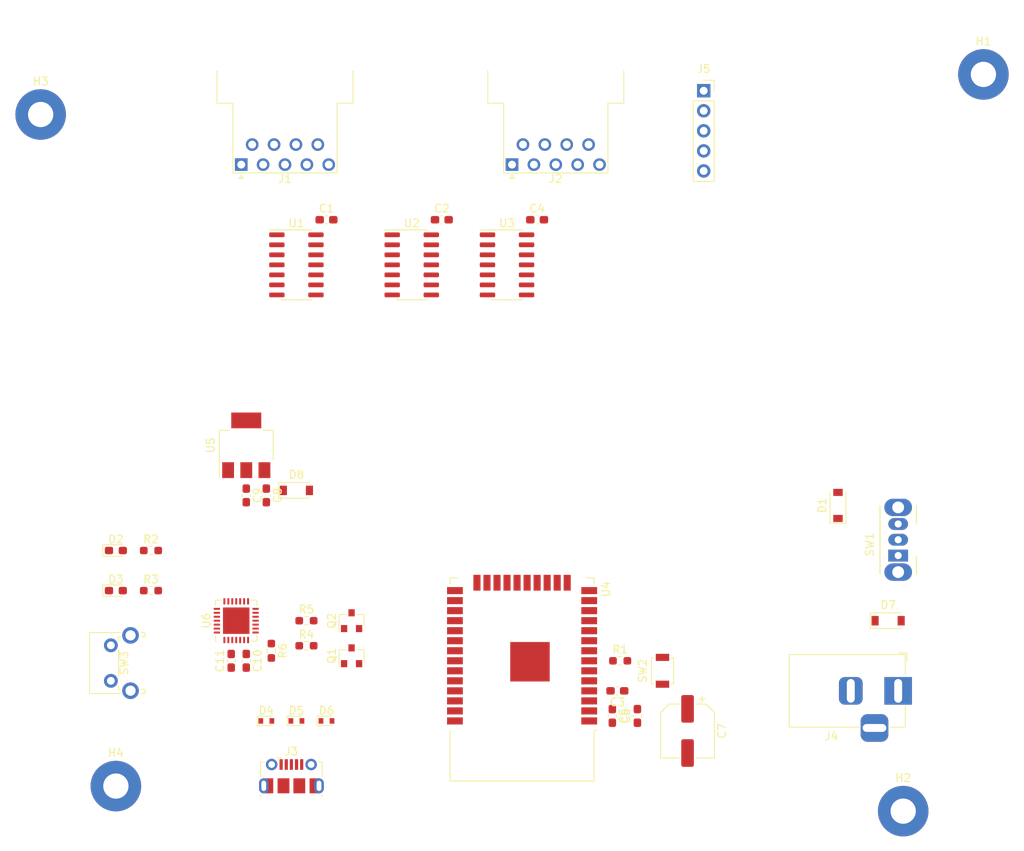
<source format=kicad_pcb>
(kicad_pcb (version 20171130) (host pcbnew 5.1.10-88a1d61d58~88~ubuntu20.04.1)

  (general
    (thickness 1.6)
    (drawings 0)
    (tracks 0)
    (zones 0)
    (modules 45)
    (nets 83)
  )

  (page A4)
  (layers
    (0 F.Cu signal)
    (31 B.Cu signal)
    (32 B.Adhes user)
    (33 F.Adhes user)
    (34 B.Paste user)
    (35 F.Paste user)
    (36 B.SilkS user)
    (37 F.SilkS user)
    (38 B.Mask user)
    (39 F.Mask user)
    (40 Dwgs.User user)
    (41 Cmts.User user)
    (42 Eco1.User user)
    (43 Eco2.User user)
    (44 Edge.Cuts user)
    (45 Margin user)
    (46 B.CrtYd user)
    (47 F.CrtYd user)
    (48 B.Fab user)
    (49 F.Fab user)
  )

  (setup
    (last_trace_width 0.25)
    (trace_clearance 0.2)
    (zone_clearance 0.508)
    (zone_45_only no)
    (trace_min 0.2)
    (via_size 0.8)
    (via_drill 0.4)
    (via_min_size 0.4)
    (via_min_drill 0.3)
    (uvia_size 0.3)
    (uvia_drill 0.1)
    (uvias_allowed no)
    (uvia_min_size 0.2)
    (uvia_min_drill 0.1)
    (edge_width 0.05)
    (segment_width 0.2)
    (pcb_text_width 0.3)
    (pcb_text_size 1.5 1.5)
    (mod_edge_width 0.12)
    (mod_text_size 1 1)
    (mod_text_width 0.15)
    (pad_size 1.524 1.524)
    (pad_drill 0.762)
    (pad_to_mask_clearance 0)
    (aux_axis_origin 0 0)
    (visible_elements FFFFFF7F)
    (pcbplotparams
      (layerselection 0x010fc_ffffffff)
      (usegerberextensions false)
      (usegerberattributes true)
      (usegerberadvancedattributes true)
      (creategerberjobfile true)
      (excludeedgelayer true)
      (linewidth 0.100000)
      (plotframeref false)
      (viasonmask false)
      (mode 1)
      (useauxorigin false)
      (hpglpennumber 1)
      (hpglpenspeed 20)
      (hpglpendiameter 15.000000)
      (psnegative false)
      (psa4output false)
      (plotreference true)
      (plotvalue true)
      (plotinvisibletext false)
      (padsonsilk false)
      (subtractmaskfromsilk false)
      (outputformat 1)
      (mirror false)
      (drillshape 1)
      (scaleselection 1)
      (outputdirectory ""))
  )

  (net 0 "")
  (net 1 GND)
  (net 2 /ESP_EN)
  (net 3 +3V3)
  (net 4 VBUS)
  (net 5 VDD)
  (net 6 +5V)
  (net 7 /USBD+)
  (net 8 /USBD-)
  (net 9 /J1_POTX)
  (net 10 /J1_FIRE)
  (net 11 /J1_POTY)
  (net 12 /J1_RIGHT)
  (net 13 /J1_LEFT)
  (net 14 /J1_DOWN)
  (net 15 /J1_UP)
  (net 16 /J2_POTX)
  (net 17 /J2_FIRE)
  (net 18 /J2_POTY)
  (net 19 /J2_RIGHT)
  (net 20 /J2_LEFT)
  (net 21 /J2_DOWN)
  (net 22 /J2_UP)
  (net 23 /GPIO39)
  (net 24 /GPIO36)
  (net 25 /GPIO35)
  (net 26 /GPIO34)
  (net 27 /GPIO04)
  (net 28 /RTS_PROG)
  (net 29 /ESP_BOOT)
  (net 30 /DTR_PROG)
  (net 31 /GPIO_J1_LED)
  (net 32 /GPIO_J2_LED)
  (net 33 /GPIO_SWITCH_JOY)
  (net 34 /GPIO_J1_RIGHT)
  (net 35 /GPIO_J2_POTY)
  (net 36 /ESP_TXD)
  (net 37 /ESP_RXD)
  (net 38 /GPIO_J2_POTX)
  (net 39 /GPIO_J1_LEFT)
  (net 40 /GPIO_J1_DOWN)
  (net 41 /GPIO_J2_RIGHT)
  (net 42 /GPIO_J1_POTY)
  (net 43 /GPIO_J2_FIRE)
  (net 44 /GPIO_J1_FIRE)
  (net 45 /GPIO_J2_UP)
  (net 46 /GPIO_J1_UP)
  (net 47 /GPIO_J2_DOWN)
  (net 48 /GPIO_J1_POTX)
  (net 49 /GPIO_J2_LEFT)
  (net 50 "Net-(D1-Pad1)")
  (net 51 "Net-(U4-Pad32)")
  (net 52 "Net-(U4-Pad24)")
  (net 53 "Net-(U4-Pad22)")
  (net 54 "Net-(U4-Pad21)")
  (net 55 "Net-(U4-Pad20)")
  (net 56 "Net-(U4-Pad19)")
  (net 57 "Net-(U4-Pad18)")
  (net 58 "Net-(U4-Pad17)")
  (net 59 "Net-(D2-Pad2)")
  (net 60 "Net-(D3-Pad2)")
  (net 61 "Net-(J3-Pad4)")
  (net 62 "Net-(R6-Pad1)")
  (net 63 "Net-(Q1-Pad2)")
  (net 64 "Net-(Q2-Pad2)")
  (net 65 "Net-(C8-Pad1)")
  (net 66 "Net-(U6-Pad27)")
  (net 67 "Net-(U6-Pad23)")
  (net 68 "Net-(U6-Pad22)")
  (net 69 "Net-(U6-Pad21)")
  (net 70 "Net-(U6-Pad20)")
  (net 71 "Net-(U6-Pad19)")
  (net 72 "Net-(U6-Pad18)")
  (net 73 "Net-(U6-Pad17)")
  (net 74 "Net-(U6-Pad16)")
  (net 75 "Net-(U6-Pad15)")
  (net 76 "Net-(U6-Pad14)")
  (net 77 "Net-(U6-Pad13)")
  (net 78 "Net-(U6-Pad12)")
  (net 79 "Net-(U6-Pad11)")
  (net 80 "Net-(U6-Pad10)")
  (net 81 "Net-(U6-Pad2)")
  (net 82 "Net-(U6-Pad1)")

  (net_class Default "This is the default net class."
    (clearance 0.2)
    (trace_width 0.25)
    (via_dia 0.8)
    (via_drill 0.4)
    (uvia_dia 0.3)
    (uvia_drill 0.1)
    (add_net +3V3)
    (add_net +5V)
    (add_net /DTR_PROG)
    (add_net /ESP_BOOT)
    (add_net /ESP_EN)
    (add_net /ESP_RXD)
    (add_net /ESP_TXD)
    (add_net /GPIO04)
    (add_net /GPIO34)
    (add_net /GPIO35)
    (add_net /GPIO36)
    (add_net /GPIO39)
    (add_net /GPIO_J1_DOWN)
    (add_net /GPIO_J1_FIRE)
    (add_net /GPIO_J1_LED)
    (add_net /GPIO_J1_LEFT)
    (add_net /GPIO_J1_POTX)
    (add_net /GPIO_J1_POTY)
    (add_net /GPIO_J1_RIGHT)
    (add_net /GPIO_J1_UP)
    (add_net /GPIO_J2_DOWN)
    (add_net /GPIO_J2_FIRE)
    (add_net /GPIO_J2_LED)
    (add_net /GPIO_J2_LEFT)
    (add_net /GPIO_J2_POTX)
    (add_net /GPIO_J2_POTY)
    (add_net /GPIO_J2_RIGHT)
    (add_net /GPIO_J2_UP)
    (add_net /GPIO_SWITCH_JOY)
    (add_net /J1_DOWN)
    (add_net /J1_FIRE)
    (add_net /J1_LEFT)
    (add_net /J1_POTX)
    (add_net /J1_POTY)
    (add_net /J1_RIGHT)
    (add_net /J1_UP)
    (add_net /J2_DOWN)
    (add_net /J2_FIRE)
    (add_net /J2_LEFT)
    (add_net /J2_POTX)
    (add_net /J2_POTY)
    (add_net /J2_RIGHT)
    (add_net /J2_UP)
    (add_net /RTS_PROG)
    (add_net /USBD+)
    (add_net /USBD-)
    (add_net GND)
    (add_net "Net-(C8-Pad1)")
    (add_net "Net-(D1-Pad1)")
    (add_net "Net-(D2-Pad2)")
    (add_net "Net-(D3-Pad2)")
    (add_net "Net-(J3-Pad4)")
    (add_net "Net-(Q1-Pad2)")
    (add_net "Net-(Q2-Pad2)")
    (add_net "Net-(R6-Pad1)")
    (add_net "Net-(U4-Pad17)")
    (add_net "Net-(U4-Pad18)")
    (add_net "Net-(U4-Pad19)")
    (add_net "Net-(U4-Pad20)")
    (add_net "Net-(U4-Pad21)")
    (add_net "Net-(U4-Pad22)")
    (add_net "Net-(U4-Pad24)")
    (add_net "Net-(U4-Pad32)")
    (add_net "Net-(U6-Pad1)")
    (add_net "Net-(U6-Pad10)")
    (add_net "Net-(U6-Pad11)")
    (add_net "Net-(U6-Pad12)")
    (add_net "Net-(U6-Pad13)")
    (add_net "Net-(U6-Pad14)")
    (add_net "Net-(U6-Pad15)")
    (add_net "Net-(U6-Pad16)")
    (add_net "Net-(U6-Pad17)")
    (add_net "Net-(U6-Pad18)")
    (add_net "Net-(U6-Pad19)")
    (add_net "Net-(U6-Pad2)")
    (add_net "Net-(U6-Pad20)")
    (add_net "Net-(U6-Pad21)")
    (add_net "Net-(U6-Pad22)")
    (add_net "Net-(U6-Pad23)")
    (add_net "Net-(U6-Pad27)")
    (add_net VBUS)
    (add_net VDD)
  )

  (module Capacitor_SMD:CP_Elec_6.3x5.4 (layer F.Cu) (tedit 5BCA39D0) (tstamp 60BCC7EA)
    (at 106.045 103.505 270)
    (descr "SMD capacitor, aluminum electrolytic, Panasonic C55, 6.3x5.4mm")
    (tags "capacitor electrolytic")
    (path /60EB867E)
    (attr smd)
    (fp_text reference C7 (at 0 -4.35 90) (layer F.SilkS)
      (effects (font (size 1 1) (thickness 0.15)))
    )
    (fp_text value 220uF (at 0 4.35 90) (layer F.Fab)
      (effects (font (size 1 1) (thickness 0.15)))
    )
    (fp_text user %R (at 0 0 90) (layer F.Fab)
      (effects (font (size 1 1) (thickness 0.15)))
    )
    (fp_circle (center 0 0) (end 3.15 0) (layer F.Fab) (width 0.1))
    (fp_line (start 3.3 -3.3) (end 3.3 3.3) (layer F.Fab) (width 0.1))
    (fp_line (start -2.3 -3.3) (end 3.3 -3.3) (layer F.Fab) (width 0.1))
    (fp_line (start -2.3 3.3) (end 3.3 3.3) (layer F.Fab) (width 0.1))
    (fp_line (start -3.3 -2.3) (end -3.3 2.3) (layer F.Fab) (width 0.1))
    (fp_line (start -3.3 -2.3) (end -2.3 -3.3) (layer F.Fab) (width 0.1))
    (fp_line (start -3.3 2.3) (end -2.3 3.3) (layer F.Fab) (width 0.1))
    (fp_line (start -2.704838 -1.33) (end -2.074838 -1.33) (layer F.Fab) (width 0.1))
    (fp_line (start -2.389838 -1.645) (end -2.389838 -1.015) (layer F.Fab) (width 0.1))
    (fp_line (start 3.41 3.41) (end 3.41 1.06) (layer F.SilkS) (width 0.12))
    (fp_line (start 3.41 -3.41) (end 3.41 -1.06) (layer F.SilkS) (width 0.12))
    (fp_line (start -2.345563 -3.41) (end 3.41 -3.41) (layer F.SilkS) (width 0.12))
    (fp_line (start -2.345563 3.41) (end 3.41 3.41) (layer F.SilkS) (width 0.12))
    (fp_line (start -3.41 2.345563) (end -3.41 1.06) (layer F.SilkS) (width 0.12))
    (fp_line (start -3.41 -2.345563) (end -3.41 -1.06) (layer F.SilkS) (width 0.12))
    (fp_line (start -3.41 -2.345563) (end -2.345563 -3.41) (layer F.SilkS) (width 0.12))
    (fp_line (start -3.41 2.345563) (end -2.345563 3.41) (layer F.SilkS) (width 0.12))
    (fp_line (start -4.4375 -1.8475) (end -3.65 -1.8475) (layer F.SilkS) (width 0.12))
    (fp_line (start -4.04375 -2.24125) (end -4.04375 -1.45375) (layer F.SilkS) (width 0.12))
    (fp_line (start 3.55 -3.55) (end 3.55 -1.05) (layer F.CrtYd) (width 0.05))
    (fp_line (start 3.55 -1.05) (end 4.8 -1.05) (layer F.CrtYd) (width 0.05))
    (fp_line (start 4.8 -1.05) (end 4.8 1.05) (layer F.CrtYd) (width 0.05))
    (fp_line (start 4.8 1.05) (end 3.55 1.05) (layer F.CrtYd) (width 0.05))
    (fp_line (start 3.55 1.05) (end 3.55 3.55) (layer F.CrtYd) (width 0.05))
    (fp_line (start -2.4 3.55) (end 3.55 3.55) (layer F.CrtYd) (width 0.05))
    (fp_line (start -2.4 -3.55) (end 3.55 -3.55) (layer F.CrtYd) (width 0.05))
    (fp_line (start -3.55 2.4) (end -2.4 3.55) (layer F.CrtYd) (width 0.05))
    (fp_line (start -3.55 -2.4) (end -2.4 -3.55) (layer F.CrtYd) (width 0.05))
    (fp_line (start -3.55 -2.4) (end -3.55 -1.05) (layer F.CrtYd) (width 0.05))
    (fp_line (start -3.55 1.05) (end -3.55 2.4) (layer F.CrtYd) (width 0.05))
    (fp_line (start -3.55 -1.05) (end -4.8 -1.05) (layer F.CrtYd) (width 0.05))
    (fp_line (start -4.8 -1.05) (end -4.8 1.05) (layer F.CrtYd) (width 0.05))
    (fp_line (start -4.8 1.05) (end -3.55 1.05) (layer F.CrtYd) (width 0.05))
    (pad 2 smd roundrect (at 2.8 0 270) (size 3.5 1.6) (layers F.Cu F.Paste F.Mask) (roundrect_rratio 0.15625)
      (net 1 GND))
    (pad 1 smd roundrect (at -2.8 0 270) (size 3.5 1.6) (layers F.Cu F.Paste F.Mask) (roundrect_rratio 0.15625)
      (net 3 +3V3))
    (model ${KISYS3DMOD}/Capacitor_SMD.3dshapes/CP_Elec_6.3x5.4.wrl
      (at (xyz 0 0 0))
      (scale (xyz 1 1 1))
      (rotate (xyz 0 0 0))
    )
  )

  (module Capacitor_SMD:C_0603_1608Metric_Pad1.08x0.95mm_HandSolder (layer F.Cu) (tedit 5F68FEEF) (tstamp 60BC96DB)
    (at 86.995 38.735)
    (descr "Capacitor SMD 0603 (1608 Metric), square (rectangular) end terminal, IPC_7351 nominal with elongated pad for handsoldering. (Body size source: IPC-SM-782 page 76, https://www.pcb-3d.com/wordpress/wp-content/uploads/ipc-sm-782a_amendment_1_and_2.pdf), generated with kicad-footprint-generator")
    (tags "capacitor handsolder")
    (path /60C47614)
    (attr smd)
    (fp_text reference C4 (at 0 -1.43) (layer F.SilkS)
      (effects (font (size 1 1) (thickness 0.15)))
    )
    (fp_text value .1uF (at 0 1.43) (layer F.Fab)
      (effects (font (size 1 1) (thickness 0.15)))
    )
    (fp_text user %R (at 0 0) (layer F.Fab)
      (effects (font (size 0.4 0.4) (thickness 0.06)))
    )
    (fp_line (start -0.8 0.4) (end -0.8 -0.4) (layer F.Fab) (width 0.1))
    (fp_line (start -0.8 -0.4) (end 0.8 -0.4) (layer F.Fab) (width 0.1))
    (fp_line (start 0.8 -0.4) (end 0.8 0.4) (layer F.Fab) (width 0.1))
    (fp_line (start 0.8 0.4) (end -0.8 0.4) (layer F.Fab) (width 0.1))
    (fp_line (start -0.146267 -0.51) (end 0.146267 -0.51) (layer F.SilkS) (width 0.12))
    (fp_line (start -0.146267 0.51) (end 0.146267 0.51) (layer F.SilkS) (width 0.12))
    (fp_line (start -1.65 0.73) (end -1.65 -0.73) (layer F.CrtYd) (width 0.05))
    (fp_line (start -1.65 -0.73) (end 1.65 -0.73) (layer F.CrtYd) (width 0.05))
    (fp_line (start 1.65 -0.73) (end 1.65 0.73) (layer F.CrtYd) (width 0.05))
    (fp_line (start 1.65 0.73) (end -1.65 0.73) (layer F.CrtYd) (width 0.05))
    (pad 2 smd roundrect (at 0.8625 0) (size 1.075 0.95) (layers F.Cu F.Paste F.Mask) (roundrect_rratio 0.25)
      (net 1 GND))
    (pad 1 smd roundrect (at -0.8625 0) (size 1.075 0.95) (layers F.Cu F.Paste F.Mask) (roundrect_rratio 0.25)
      (net 5 VDD))
    (model ${KISYS3DMOD}/Capacitor_SMD.3dshapes/C_0603_1608Metric.wrl
      (at (xyz 0 0 0))
      (scale (xyz 1 1 1))
      (rotate (xyz 0 0 0))
    )
  )

  (module Capacitor_SMD:C_0603_1608Metric_Pad1.08x0.95mm_HandSolder (layer F.Cu) (tedit 5F68FEEF) (tstamp 60BC8E0B)
    (at 74.93 38.735)
    (descr "Capacitor SMD 0603 (1608 Metric), square (rectangular) end terminal, IPC_7351 nominal with elongated pad for handsoldering. (Body size source: IPC-SM-782 page 76, https://www.pcb-3d.com/wordpress/wp-content/uploads/ipc-sm-782a_amendment_1_and_2.pdf), generated with kicad-footprint-generator")
    (tags "capacitor handsolder")
    (path /60C55E60)
    (attr smd)
    (fp_text reference C2 (at 0 -1.43) (layer F.SilkS)
      (effects (font (size 1 1) (thickness 0.15)))
    )
    (fp_text value .1uF (at 0 1.43) (layer F.Fab)
      (effects (font (size 1 1) (thickness 0.15)))
    )
    (fp_text user %R (at 0 0) (layer F.Fab)
      (effects (font (size 0.4 0.4) (thickness 0.06)))
    )
    (fp_line (start -0.8 0.4) (end -0.8 -0.4) (layer F.Fab) (width 0.1))
    (fp_line (start -0.8 -0.4) (end 0.8 -0.4) (layer F.Fab) (width 0.1))
    (fp_line (start 0.8 -0.4) (end 0.8 0.4) (layer F.Fab) (width 0.1))
    (fp_line (start 0.8 0.4) (end -0.8 0.4) (layer F.Fab) (width 0.1))
    (fp_line (start -0.146267 -0.51) (end 0.146267 -0.51) (layer F.SilkS) (width 0.12))
    (fp_line (start -0.146267 0.51) (end 0.146267 0.51) (layer F.SilkS) (width 0.12))
    (fp_line (start -1.65 0.73) (end -1.65 -0.73) (layer F.CrtYd) (width 0.05))
    (fp_line (start -1.65 -0.73) (end 1.65 -0.73) (layer F.CrtYd) (width 0.05))
    (fp_line (start 1.65 -0.73) (end 1.65 0.73) (layer F.CrtYd) (width 0.05))
    (fp_line (start 1.65 0.73) (end -1.65 0.73) (layer F.CrtYd) (width 0.05))
    (pad 2 smd roundrect (at 0.8625 0) (size 1.075 0.95) (layers F.Cu F.Paste F.Mask) (roundrect_rratio 0.25)
      (net 1 GND))
    (pad 1 smd roundrect (at -0.8625 0) (size 1.075 0.95) (layers F.Cu F.Paste F.Mask) (roundrect_rratio 0.25)
      (net 5 VDD))
    (model ${KISYS3DMOD}/Capacitor_SMD.3dshapes/C_0603_1608Metric.wrl
      (at (xyz 0 0 0))
      (scale (xyz 1 1 1))
      (rotate (xyz 0 0 0))
    )
  )

  (module Capacitor_SMD:C_0603_1608Metric_Pad1.08x0.95mm_HandSolder (layer F.Cu) (tedit 5F68FEEF) (tstamp 60BC8DFA)
    (at 60.325 38.735)
    (descr "Capacitor SMD 0603 (1608 Metric), square (rectangular) end terminal, IPC_7351 nominal with elongated pad for handsoldering. (Body size source: IPC-SM-782 page 76, https://www.pcb-3d.com/wordpress/wp-content/uploads/ipc-sm-782a_amendment_1_and_2.pdf), generated with kicad-footprint-generator")
    (tags "capacitor handsolder")
    (path /60C57098)
    (attr smd)
    (fp_text reference C1 (at 0 -1.43) (layer F.SilkS)
      (effects (font (size 1 1) (thickness 0.15)))
    )
    (fp_text value .1uF (at 0 1.43) (layer F.Fab)
      (effects (font (size 1 1) (thickness 0.15)))
    )
    (fp_text user %R (at 0 0) (layer F.Fab)
      (effects (font (size 0.4 0.4) (thickness 0.06)))
    )
    (fp_line (start -0.8 0.4) (end -0.8 -0.4) (layer F.Fab) (width 0.1))
    (fp_line (start -0.8 -0.4) (end 0.8 -0.4) (layer F.Fab) (width 0.1))
    (fp_line (start 0.8 -0.4) (end 0.8 0.4) (layer F.Fab) (width 0.1))
    (fp_line (start 0.8 0.4) (end -0.8 0.4) (layer F.Fab) (width 0.1))
    (fp_line (start -0.146267 -0.51) (end 0.146267 -0.51) (layer F.SilkS) (width 0.12))
    (fp_line (start -0.146267 0.51) (end 0.146267 0.51) (layer F.SilkS) (width 0.12))
    (fp_line (start -1.65 0.73) (end -1.65 -0.73) (layer F.CrtYd) (width 0.05))
    (fp_line (start -1.65 -0.73) (end 1.65 -0.73) (layer F.CrtYd) (width 0.05))
    (fp_line (start 1.65 -0.73) (end 1.65 0.73) (layer F.CrtYd) (width 0.05))
    (fp_line (start 1.65 0.73) (end -1.65 0.73) (layer F.CrtYd) (width 0.05))
    (pad 2 smd roundrect (at 0.8625 0) (size 1.075 0.95) (layers F.Cu F.Paste F.Mask) (roundrect_rratio 0.25)
      (net 1 GND))
    (pad 1 smd roundrect (at -0.8625 0) (size 1.075 0.95) (layers F.Cu F.Paste F.Mask) (roundrect_rratio 0.25)
      (net 5 VDD))
    (model ${KISYS3DMOD}/Capacitor_SMD.3dshapes/C_0603_1608Metric.wrl
      (at (xyz 0 0 0))
      (scale (xyz 1 1 1))
      (rotate (xyz 0 0 0))
    )
  )

  (module Package_TO_SOT_SMD:SOT-223-3_TabPin2 (layer F.Cu) (tedit 5A02FF57) (tstamp 60BC798F)
    (at 50.165 67.31 90)
    (descr "module CMS SOT223 4 pins")
    (tags "CMS SOT")
    (path /60DA00BF)
    (attr smd)
    (fp_text reference U5 (at 0 -4.5 90) (layer F.SilkS)
      (effects (font (size 1 1) (thickness 0.15)))
    )
    (fp_text value AMS1117-3.3 (at 0 4.5 90) (layer F.Fab)
      (effects (font (size 1 1) (thickness 0.15)))
    )
    (fp_line (start 1.85 -3.35) (end 1.85 3.35) (layer F.Fab) (width 0.1))
    (fp_line (start -1.85 3.35) (end 1.85 3.35) (layer F.Fab) (width 0.1))
    (fp_line (start -4.1 -3.41) (end 1.91 -3.41) (layer F.SilkS) (width 0.12))
    (fp_line (start -0.85 -3.35) (end 1.85 -3.35) (layer F.Fab) (width 0.1))
    (fp_line (start -1.85 3.41) (end 1.91 3.41) (layer F.SilkS) (width 0.12))
    (fp_line (start -1.85 -2.35) (end -1.85 3.35) (layer F.Fab) (width 0.1))
    (fp_line (start -1.85 -2.35) (end -0.85 -3.35) (layer F.Fab) (width 0.1))
    (fp_line (start -4.4 -3.6) (end -4.4 3.6) (layer F.CrtYd) (width 0.05))
    (fp_line (start -4.4 3.6) (end 4.4 3.6) (layer F.CrtYd) (width 0.05))
    (fp_line (start 4.4 3.6) (end 4.4 -3.6) (layer F.CrtYd) (width 0.05))
    (fp_line (start 4.4 -3.6) (end -4.4 -3.6) (layer F.CrtYd) (width 0.05))
    (fp_line (start 1.91 -3.41) (end 1.91 -2.15) (layer F.SilkS) (width 0.12))
    (fp_line (start 1.91 3.41) (end 1.91 2.15) (layer F.SilkS) (width 0.12))
    (fp_text user %R (at 0 0) (layer F.Fab)
      (effects (font (size 0.8 0.8) (thickness 0.12)))
    )
    (pad 1 smd rect (at -3.15 -2.3 90) (size 2 1.5) (layers F.Cu F.Paste F.Mask)
      (net 1 GND))
    (pad 3 smd rect (at -3.15 2.3 90) (size 2 1.5) (layers F.Cu F.Paste F.Mask)
      (net 65 "Net-(C8-Pad1)"))
    (pad 2 smd rect (at -3.15 0 90) (size 2 1.5) (layers F.Cu F.Paste F.Mask)
      (net 3 +3V3))
    (pad 2 smd rect (at 3.15 0 90) (size 2 3.8) (layers F.Cu F.Paste F.Mask)
      (net 3 +3V3))
    (model ${KISYS3DMOD}/Package_TO_SOT_SMD.3dshapes/SOT-223.wrl
      (at (xyz 0 0 0))
      (scale (xyz 1 1 1))
      (rotate (xyz 0 0 0))
    )
  )

  (module Package_DFN_QFN:QFN-28-1EP_5x5mm_P0.5mm_EP3.35x3.35mm (layer F.Cu) (tedit 5DC5F6A4) (tstamp 60BC7979)
    (at 48.895 89.535 90)
    (descr "QFN, 28 Pin (http://ww1.microchip.com/downloads/en/PackagingSpec/00000049BQ.pdf#page=283), generated with kicad-footprint-generator ipc_noLead_generator.py")
    (tags "QFN NoLead")
    (path /60BB8FDE)
    (attr smd)
    (fp_text reference U6 (at 0 -3.8 90) (layer F.SilkS)
      (effects (font (size 1 1) (thickness 0.15)))
    )
    (fp_text value CP2102N-A01-GQFN28 (at 0 3.8 90) (layer F.Fab)
      (effects (font (size 1 1) (thickness 0.15)))
    )
    (fp_line (start 3.1 -3.1) (end -3.1 -3.1) (layer F.CrtYd) (width 0.05))
    (fp_line (start 3.1 3.1) (end 3.1 -3.1) (layer F.CrtYd) (width 0.05))
    (fp_line (start -3.1 3.1) (end 3.1 3.1) (layer F.CrtYd) (width 0.05))
    (fp_line (start -3.1 -3.1) (end -3.1 3.1) (layer F.CrtYd) (width 0.05))
    (fp_line (start -2.5 -1.5) (end -1.5 -2.5) (layer F.Fab) (width 0.1))
    (fp_line (start -2.5 2.5) (end -2.5 -1.5) (layer F.Fab) (width 0.1))
    (fp_line (start 2.5 2.5) (end -2.5 2.5) (layer F.Fab) (width 0.1))
    (fp_line (start 2.5 -2.5) (end 2.5 2.5) (layer F.Fab) (width 0.1))
    (fp_line (start -1.5 -2.5) (end 2.5 -2.5) (layer F.Fab) (width 0.1))
    (fp_line (start -1.885 -2.61) (end -2.61 -2.61) (layer F.SilkS) (width 0.12))
    (fp_line (start 2.61 2.61) (end 2.61 1.885) (layer F.SilkS) (width 0.12))
    (fp_line (start 1.885 2.61) (end 2.61 2.61) (layer F.SilkS) (width 0.12))
    (fp_line (start -2.61 2.61) (end -2.61 1.885) (layer F.SilkS) (width 0.12))
    (fp_line (start -1.885 2.61) (end -2.61 2.61) (layer F.SilkS) (width 0.12))
    (fp_line (start 2.61 -2.61) (end 2.61 -1.885) (layer F.SilkS) (width 0.12))
    (fp_line (start 1.885 -2.61) (end 2.61 -2.61) (layer F.SilkS) (width 0.12))
    (fp_text user %R (at 0 0 90) (layer F.Fab)
      (effects (font (size 1 1) (thickness 0.15)))
    )
    (pad "" smd roundrect (at 1.12 1.12 90) (size 0.9 0.9) (layers F.Paste) (roundrect_rratio 0.25))
    (pad "" smd roundrect (at 1.12 0 90) (size 0.9 0.9) (layers F.Paste) (roundrect_rratio 0.25))
    (pad "" smd roundrect (at 1.12 -1.12 90) (size 0.9 0.9) (layers F.Paste) (roundrect_rratio 0.25))
    (pad "" smd roundrect (at 0 1.12 90) (size 0.9 0.9) (layers F.Paste) (roundrect_rratio 0.25))
    (pad "" smd roundrect (at 0 0 90) (size 0.9 0.9) (layers F.Paste) (roundrect_rratio 0.25))
    (pad "" smd roundrect (at 0 -1.12 90) (size 0.9 0.9) (layers F.Paste) (roundrect_rratio 0.25))
    (pad "" smd roundrect (at -1.12 1.12 90) (size 0.9 0.9) (layers F.Paste) (roundrect_rratio 0.25))
    (pad "" smd roundrect (at -1.12 0 90) (size 0.9 0.9) (layers F.Paste) (roundrect_rratio 0.25))
    (pad "" smd roundrect (at -1.12 -1.12 90) (size 0.9 0.9) (layers F.Paste) (roundrect_rratio 0.25))
    (pad 29 smd rect (at 0 0 90) (size 3.35 3.35) (layers F.Cu F.Mask)
      (net 1 GND))
    (pad 28 smd roundrect (at -1.5 -2.45 90) (size 0.25 0.8) (layers F.Cu F.Paste F.Mask) (roundrect_rratio 0.25)
      (net 30 /DTR_PROG))
    (pad 27 smd roundrect (at -1 -2.45 90) (size 0.25 0.8) (layers F.Cu F.Paste F.Mask) (roundrect_rratio 0.25)
      (net 66 "Net-(U6-Pad27)"))
    (pad 26 smd roundrect (at -0.5 -2.45 90) (size 0.25 0.8) (layers F.Cu F.Paste F.Mask) (roundrect_rratio 0.25)
      (net 37 /ESP_RXD))
    (pad 25 smd roundrect (at 0 -2.45 90) (size 0.25 0.8) (layers F.Cu F.Paste F.Mask) (roundrect_rratio 0.25)
      (net 36 /ESP_TXD))
    (pad 24 smd roundrect (at 0.5 -2.45 90) (size 0.25 0.8) (layers F.Cu F.Paste F.Mask) (roundrect_rratio 0.25)
      (net 28 /RTS_PROG))
    (pad 23 smd roundrect (at 1 -2.45 90) (size 0.25 0.8) (layers F.Cu F.Paste F.Mask) (roundrect_rratio 0.25)
      (net 67 "Net-(U6-Pad23)"))
    (pad 22 smd roundrect (at 1.5 -2.45 90) (size 0.25 0.8) (layers F.Cu F.Paste F.Mask) (roundrect_rratio 0.25)
      (net 68 "Net-(U6-Pad22)"))
    (pad 21 smd roundrect (at 2.45 -1.5 90) (size 0.8 0.25) (layers F.Cu F.Paste F.Mask) (roundrect_rratio 0.25)
      (net 69 "Net-(U6-Pad21)"))
    (pad 20 smd roundrect (at 2.45 -1 90) (size 0.8 0.25) (layers F.Cu F.Paste F.Mask) (roundrect_rratio 0.25)
      (net 70 "Net-(U6-Pad20)"))
    (pad 19 smd roundrect (at 2.45 -0.5 90) (size 0.8 0.25) (layers F.Cu F.Paste F.Mask) (roundrect_rratio 0.25)
      (net 71 "Net-(U6-Pad19)"))
    (pad 18 smd roundrect (at 2.45 0 90) (size 0.8 0.25) (layers F.Cu F.Paste F.Mask) (roundrect_rratio 0.25)
      (net 72 "Net-(U6-Pad18)"))
    (pad 17 smd roundrect (at 2.45 0.5 90) (size 0.8 0.25) (layers F.Cu F.Paste F.Mask) (roundrect_rratio 0.25)
      (net 73 "Net-(U6-Pad17)"))
    (pad 16 smd roundrect (at 2.45 1 90) (size 0.8 0.25) (layers F.Cu F.Paste F.Mask) (roundrect_rratio 0.25)
      (net 74 "Net-(U6-Pad16)"))
    (pad 15 smd roundrect (at 2.45 1.5 90) (size 0.8 0.25) (layers F.Cu F.Paste F.Mask) (roundrect_rratio 0.25)
      (net 75 "Net-(U6-Pad15)"))
    (pad 14 smd roundrect (at 1.5 2.45 90) (size 0.25 0.8) (layers F.Cu F.Paste F.Mask) (roundrect_rratio 0.25)
      (net 76 "Net-(U6-Pad14)"))
    (pad 13 smd roundrect (at 1 2.45 90) (size 0.25 0.8) (layers F.Cu F.Paste F.Mask) (roundrect_rratio 0.25)
      (net 77 "Net-(U6-Pad13)"))
    (pad 12 smd roundrect (at 0.5 2.45 90) (size 0.25 0.8) (layers F.Cu F.Paste F.Mask) (roundrect_rratio 0.25)
      (net 78 "Net-(U6-Pad12)"))
    (pad 11 smd roundrect (at 0 2.45 90) (size 0.25 0.8) (layers F.Cu F.Paste F.Mask) (roundrect_rratio 0.25)
      (net 79 "Net-(U6-Pad11)"))
    (pad 10 smd roundrect (at -0.5 2.45 90) (size 0.25 0.8) (layers F.Cu F.Paste F.Mask) (roundrect_rratio 0.25)
      (net 80 "Net-(U6-Pad10)"))
    (pad 9 smd roundrect (at -1 2.45 90) (size 0.25 0.8) (layers F.Cu F.Paste F.Mask) (roundrect_rratio 0.25)
      (net 62 "Net-(R6-Pad1)"))
    (pad 8 smd roundrect (at -1.5 2.45 90) (size 0.25 0.8) (layers F.Cu F.Paste F.Mask) (roundrect_rratio 0.25)
      (net 4 VBUS))
    (pad 7 smd roundrect (at -2.45 1.5 90) (size 0.8 0.25) (layers F.Cu F.Paste F.Mask) (roundrect_rratio 0.25)
      (net 3 +3V3))
    (pad 6 smd roundrect (at -2.45 1 90) (size 0.8 0.25) (layers F.Cu F.Paste F.Mask) (roundrect_rratio 0.25)
      (net 3 +3V3))
    (pad 5 smd roundrect (at -2.45 0.5 90) (size 0.8 0.25) (layers F.Cu F.Paste F.Mask) (roundrect_rratio 0.25)
      (net 8 /USBD-))
    (pad 4 smd roundrect (at -2.45 0 90) (size 0.8 0.25) (layers F.Cu F.Paste F.Mask) (roundrect_rratio 0.25)
      (net 7 /USBD+))
    (pad 3 smd roundrect (at -2.45 -0.5 90) (size 0.8 0.25) (layers F.Cu F.Paste F.Mask) (roundrect_rratio 0.25)
      (net 1 GND))
    (pad 2 smd roundrect (at -2.45 -1 90) (size 0.8 0.25) (layers F.Cu F.Paste F.Mask) (roundrect_rratio 0.25)
      (net 81 "Net-(U6-Pad2)"))
    (pad 1 smd roundrect (at -2.45 -1.5 90) (size 0.8 0.25) (layers F.Cu F.Paste F.Mask) (roundrect_rratio 0.25)
      (net 82 "Net-(U6-Pad1)"))
    (model ${KISYS3DMOD}/Package_DFN_QFN.3dshapes/QFN-28-1EP_5x5mm_P0.5mm_EP3.35x3.35mm.wrl
      (at (xyz 0 0 0))
      (scale (xyz 1 1 1))
      (rotate (xyz 0 0 0))
    )
  )

  (module RF_Module:ESP32-WROOM-32 (layer F.Cu) (tedit 5B5B4654) (tstamp 60BC8572)
    (at 85.09 93.98 180)
    (descr "Single 2.4 GHz Wi-Fi and Bluetooth combo chip https://www.espressif.com/sites/default/files/documentation/esp32-wroom-32_datasheet_en.pdf")
    (tags "Single 2.4 GHz Wi-Fi and Bluetooth combo  chip")
    (path /5F85DF75)
    (attr smd)
    (fp_text reference U4 (at -10.61 8.43 90) (layer F.SilkS)
      (effects (font (size 1 1) (thickness 0.15)))
    )
    (fp_text value ESP32-WROOM-32D (at 0 11.5) (layer F.Fab)
      (effects (font (size 1 1) (thickness 0.15)))
    )
    (fp_line (start -9.12 -9.445) (end -9.5 -9.445) (layer F.SilkS) (width 0.12))
    (fp_line (start -9.12 -15.865) (end -9.12 -9.445) (layer F.SilkS) (width 0.12))
    (fp_line (start 9.12 -15.865) (end 9.12 -9.445) (layer F.SilkS) (width 0.12))
    (fp_line (start -9.12 -15.865) (end 9.12 -15.865) (layer F.SilkS) (width 0.12))
    (fp_line (start 9.12 9.88) (end 8.12 9.88) (layer F.SilkS) (width 0.12))
    (fp_line (start 9.12 9.1) (end 9.12 9.88) (layer F.SilkS) (width 0.12))
    (fp_line (start -9.12 9.88) (end -8.12 9.88) (layer F.SilkS) (width 0.12))
    (fp_line (start -9.12 9.1) (end -9.12 9.88) (layer F.SilkS) (width 0.12))
    (fp_line (start 8.4 -20.6) (end 8.2 -20.4) (layer Cmts.User) (width 0.1))
    (fp_line (start 8.4 -16) (end 8.4 -20.6) (layer Cmts.User) (width 0.1))
    (fp_line (start 8.4 -20.6) (end 8.6 -20.4) (layer Cmts.User) (width 0.1))
    (fp_line (start 8.4 -16) (end 8.6 -16.2) (layer Cmts.User) (width 0.1))
    (fp_line (start 8.4 -16) (end 8.2 -16.2) (layer Cmts.User) (width 0.1))
    (fp_line (start -9.2 -13.875) (end -9.4 -14.075) (layer Cmts.User) (width 0.1))
    (fp_line (start -13.8 -13.875) (end -9.2 -13.875) (layer Cmts.User) (width 0.1))
    (fp_line (start -9.2 -13.875) (end -9.4 -13.675) (layer Cmts.User) (width 0.1))
    (fp_line (start -13.8 -13.875) (end -13.6 -13.675) (layer Cmts.User) (width 0.1))
    (fp_line (start -13.8 -13.875) (end -13.6 -14.075) (layer Cmts.User) (width 0.1))
    (fp_line (start 9.2 -13.875) (end 9.4 -13.675) (layer Cmts.User) (width 0.1))
    (fp_line (start 9.2 -13.875) (end 9.4 -14.075) (layer Cmts.User) (width 0.1))
    (fp_line (start 13.8 -13.875) (end 13.6 -13.675) (layer Cmts.User) (width 0.1))
    (fp_line (start 13.8 -13.875) (end 13.6 -14.075) (layer Cmts.User) (width 0.1))
    (fp_line (start 9.2 -13.875) (end 13.8 -13.875) (layer Cmts.User) (width 0.1))
    (fp_line (start 14 -11.585) (end 12 -9.97) (layer Dwgs.User) (width 0.1))
    (fp_line (start 14 -13.2) (end 10 -9.97) (layer Dwgs.User) (width 0.1))
    (fp_line (start 14 -14.815) (end 8 -9.97) (layer Dwgs.User) (width 0.1))
    (fp_line (start 14 -16.43) (end 6 -9.97) (layer Dwgs.User) (width 0.1))
    (fp_line (start 14 -18.045) (end 4 -9.97) (layer Dwgs.User) (width 0.1))
    (fp_line (start 14 -19.66) (end 2 -9.97) (layer Dwgs.User) (width 0.1))
    (fp_line (start 13.475 -20.75) (end 0 -9.97) (layer Dwgs.User) (width 0.1))
    (fp_line (start 11.475 -20.75) (end -2 -9.97) (layer Dwgs.User) (width 0.1))
    (fp_line (start 9.475 -20.75) (end -4 -9.97) (layer Dwgs.User) (width 0.1))
    (fp_line (start 7.475 -20.75) (end -6 -9.97) (layer Dwgs.User) (width 0.1))
    (fp_line (start -8 -9.97) (end 5.475 -20.75) (layer Dwgs.User) (width 0.1))
    (fp_line (start 3.475 -20.75) (end -10 -9.97) (layer Dwgs.User) (width 0.1))
    (fp_line (start 1.475 -20.75) (end -12 -9.97) (layer Dwgs.User) (width 0.1))
    (fp_line (start -0.525 -20.75) (end -14 -9.97) (layer Dwgs.User) (width 0.1))
    (fp_line (start -2.525 -20.75) (end -14 -11.585) (layer Dwgs.User) (width 0.1))
    (fp_line (start -4.525 -20.75) (end -14 -13.2) (layer Dwgs.User) (width 0.1))
    (fp_line (start -6.525 -20.75) (end -14 -14.815) (layer Dwgs.User) (width 0.1))
    (fp_line (start -8.525 -20.75) (end -14 -16.43) (layer Dwgs.User) (width 0.1))
    (fp_line (start -10.525 -20.75) (end -14 -18.045) (layer Dwgs.User) (width 0.1))
    (fp_line (start -12.525 -20.75) (end -14 -19.66) (layer Dwgs.User) (width 0.1))
    (fp_line (start 9.75 -9.72) (end 14.25 -9.72) (layer F.CrtYd) (width 0.05))
    (fp_line (start -14.25 -9.72) (end -9.75 -9.72) (layer F.CrtYd) (width 0.05))
    (fp_line (start 14.25 -21) (end 14.25 -9.72) (layer F.CrtYd) (width 0.05))
    (fp_line (start -14.25 -21) (end -14.25 -9.72) (layer F.CrtYd) (width 0.05))
    (fp_line (start 14 -20.75) (end -14 -20.75) (layer Dwgs.User) (width 0.1))
    (fp_line (start 14 -9.97) (end 14 -20.75) (layer Dwgs.User) (width 0.1))
    (fp_line (start 14 -9.97) (end -14 -9.97) (layer Dwgs.User) (width 0.1))
    (fp_line (start -9 -9.02) (end -8.5 -9.52) (layer F.Fab) (width 0.1))
    (fp_line (start -8.5 -9.52) (end -9 -10.02) (layer F.Fab) (width 0.1))
    (fp_line (start -9 -9.02) (end -9 9.76) (layer F.Fab) (width 0.1))
    (fp_line (start -14.25 -21) (end 14.25 -21) (layer F.CrtYd) (width 0.05))
    (fp_line (start 9.75 -9.72) (end 9.75 10.5) (layer F.CrtYd) (width 0.05))
    (fp_line (start -9.75 10.5) (end 9.75 10.5) (layer F.CrtYd) (width 0.05))
    (fp_line (start -9.75 10.5) (end -9.75 -9.72) (layer F.CrtYd) (width 0.05))
    (fp_line (start -9 -15.745) (end 9 -15.745) (layer F.Fab) (width 0.1))
    (fp_line (start -9 -15.745) (end -9 -10.02) (layer F.Fab) (width 0.1))
    (fp_line (start -9 9.76) (end 9 9.76) (layer F.Fab) (width 0.1))
    (fp_line (start 9 9.76) (end 9 -15.745) (layer F.Fab) (width 0.1))
    (fp_line (start -14 -9.97) (end -14 -20.75) (layer Dwgs.User) (width 0.1))
    (fp_text user "5 mm" (at 7.8 -19.075 90) (layer Cmts.User)
      (effects (font (size 0.5 0.5) (thickness 0.1)))
    )
    (fp_text user "5 mm" (at -11.2 -14.375) (layer Cmts.User)
      (effects (font (size 0.5 0.5) (thickness 0.1)))
    )
    (fp_text user "5 mm" (at 11.8 -14.375) (layer Cmts.User)
      (effects (font (size 0.5 0.5) (thickness 0.1)))
    )
    (fp_text user Antenna (at 0 -13) (layer Cmts.User)
      (effects (font (size 1 1) (thickness 0.15)))
    )
    (fp_text user "KEEP-OUT ZONE" (at 0 -19) (layer Cmts.User)
      (effects (font (size 1 1) (thickness 0.15)))
    )
    (fp_text user %R (at 0 0) (layer F.Fab)
      (effects (font (size 1 1) (thickness 0.15)))
    )
    (pad 38 smd rect (at 8.5 -8.255 180) (size 2 0.9) (layers F.Cu F.Paste F.Mask)
      (net 1 GND))
    (pad 37 smd rect (at 8.5 -6.985 180) (size 2 0.9) (layers F.Cu F.Paste F.Mask)
      (net 34 /GPIO_J1_RIGHT))
    (pad 36 smd rect (at 8.5 -5.715 180) (size 2 0.9) (layers F.Cu F.Paste F.Mask)
      (net 35 /GPIO_J2_POTY))
    (pad 35 smd rect (at 8.5 -4.445 180) (size 2 0.9) (layers F.Cu F.Paste F.Mask)
      (net 36 /ESP_TXD))
    (pad 34 smd rect (at 8.5 -3.175 180) (size 2 0.9) (layers F.Cu F.Paste F.Mask)
      (net 37 /ESP_RXD))
    (pad 33 smd rect (at 8.5 -1.905 180) (size 2 0.9) (layers F.Cu F.Paste F.Mask)
      (net 38 /GPIO_J2_POTX))
    (pad 32 smd rect (at 8.5 -0.635 180) (size 2 0.9) (layers F.Cu F.Paste F.Mask)
      (net 51 "Net-(U4-Pad32)"))
    (pad 31 smd rect (at 8.5 0.635 180) (size 2 0.9) (layers F.Cu F.Paste F.Mask)
      (net 39 /GPIO_J1_LEFT))
    (pad 30 smd rect (at 8.5 1.905 180) (size 2 0.9) (layers F.Cu F.Paste F.Mask)
      (net 40 /GPIO_J1_DOWN))
    (pad 29 smd rect (at 8.5 3.175 180) (size 2 0.9) (layers F.Cu F.Paste F.Mask)
      (net 31 /GPIO_J1_LED))
    (pad 28 smd rect (at 8.5 4.445 180) (size 2 0.9) (layers F.Cu F.Paste F.Mask)
      (net 41 /GPIO_J2_RIGHT))
    (pad 27 smd rect (at 8.5 5.715 180) (size 2 0.9) (layers F.Cu F.Paste F.Mask)
      (net 42 /GPIO_J1_POTY))
    (pad 26 smd rect (at 8.5 6.985 180) (size 2 0.9) (layers F.Cu F.Paste F.Mask)
      (net 27 /GPIO04))
    (pad 25 smd rect (at 8.5 8.255 180) (size 2 0.9) (layers F.Cu F.Paste F.Mask)
      (net 29 /ESP_BOOT))
    (pad 24 smd rect (at 5.715 9.255 270) (size 2 0.9) (layers F.Cu F.Paste F.Mask)
      (net 52 "Net-(U4-Pad24)"))
    (pad 23 smd rect (at 4.445 9.255 270) (size 2 0.9) (layers F.Cu F.Paste F.Mask)
      (net 33 /GPIO_SWITCH_JOY))
    (pad 22 smd rect (at 3.175 9.255 270) (size 2 0.9) (layers F.Cu F.Paste F.Mask)
      (net 53 "Net-(U4-Pad22)"))
    (pad 21 smd rect (at 1.905 9.255 270) (size 2 0.9) (layers F.Cu F.Paste F.Mask)
      (net 54 "Net-(U4-Pad21)"))
    (pad 20 smd rect (at 0.635 9.255 270) (size 2 0.9) (layers F.Cu F.Paste F.Mask)
      (net 55 "Net-(U4-Pad20)"))
    (pad 19 smd rect (at -0.635 9.255 270) (size 2 0.9) (layers F.Cu F.Paste F.Mask)
      (net 56 "Net-(U4-Pad19)"))
    (pad 18 smd rect (at -1.905 9.255 270) (size 2 0.9) (layers F.Cu F.Paste F.Mask)
      (net 57 "Net-(U4-Pad18)"))
    (pad 17 smd rect (at -3.175 9.255 270) (size 2 0.9) (layers F.Cu F.Paste F.Mask)
      (net 58 "Net-(U4-Pad17)"))
    (pad 16 smd rect (at -4.445 9.255 270) (size 2 0.9) (layers F.Cu F.Paste F.Mask)
      (net 32 /GPIO_J2_LED))
    (pad 15 smd rect (at -5.715 9.255 270) (size 2 0.9) (layers F.Cu F.Paste F.Mask)
      (net 1 GND))
    (pad 14 smd rect (at -8.5 8.255 180) (size 2 0.9) (layers F.Cu F.Paste F.Mask)
      (net 43 /GPIO_J2_FIRE))
    (pad 13 smd rect (at -8.5 6.985 180) (size 2 0.9) (layers F.Cu F.Paste F.Mask)
      (net 44 /GPIO_J1_FIRE))
    (pad 12 smd rect (at -8.5 5.715 180) (size 2 0.9) (layers F.Cu F.Paste F.Mask)
      (net 45 /GPIO_J2_UP))
    (pad 11 smd rect (at -8.5 4.445 180) (size 2 0.9) (layers F.Cu F.Paste F.Mask)
      (net 46 /GPIO_J1_UP))
    (pad 10 smd rect (at -8.5 3.175 180) (size 2 0.9) (layers F.Cu F.Paste F.Mask)
      (net 47 /GPIO_J2_DOWN))
    (pad 9 smd rect (at -8.5 1.905 180) (size 2 0.9) (layers F.Cu F.Paste F.Mask)
      (net 48 /GPIO_J1_POTX))
    (pad 8 smd rect (at -8.5 0.635 180) (size 2 0.9) (layers F.Cu F.Paste F.Mask)
      (net 49 /GPIO_J2_LEFT))
    (pad 7 smd rect (at -8.5 -0.635 180) (size 2 0.9) (layers F.Cu F.Paste F.Mask)
      (net 25 /GPIO35))
    (pad 6 smd rect (at -8.5 -1.905 180) (size 2 0.9) (layers F.Cu F.Paste F.Mask)
      (net 26 /GPIO34))
    (pad 5 smd rect (at -8.5 -3.175 180) (size 2 0.9) (layers F.Cu F.Paste F.Mask)
      (net 23 /GPIO39))
    (pad 4 smd rect (at -8.5 -4.445 180) (size 2 0.9) (layers F.Cu F.Paste F.Mask)
      (net 24 /GPIO36))
    (pad 3 smd rect (at -8.5 -5.715 180) (size 2 0.9) (layers F.Cu F.Paste F.Mask)
      (net 2 /ESP_EN))
    (pad 2 smd rect (at -8.5 -6.985 180) (size 2 0.9) (layers F.Cu F.Paste F.Mask)
      (net 3 +3V3))
    (pad 1 smd rect (at -8.5 -8.255 180) (size 2 0.9) (layers F.Cu F.Paste F.Mask)
      (net 1 GND))
    (pad 39 smd rect (at -1 -0.755 180) (size 5 5) (layers F.Cu F.Paste F.Mask)
      (net 1 GND))
    (model ${KISYS3DMOD}/RF_Module.3dshapes/ESP32-WROOM-32.wrl
      (at (xyz 0 0 0))
      (scale (xyz 1 1 1))
      (rotate (xyz 0 0 0))
    )
  )

  (module Package_SO:SOIC-14_3.9x8.7mm_P1.27mm (layer F.Cu) (tedit 5D9F72B1) (tstamp 60BC78CF)
    (at 83.185 44.45)
    (descr "SOIC, 14 Pin (JEDEC MS-012AB, https://www.analog.com/media/en/package-pcb-resources/package/pkg_pdf/soic_narrow-r/r_14.pdf), generated with kicad-footprint-generator ipc_gullwing_generator.py")
    (tags "SOIC SO")
    (path /61D2A05A)
    (attr smd)
    (fp_text reference U3 (at 0 -5.28) (layer F.SilkS)
      (effects (font (size 1 1) (thickness 0.15)))
    )
    (fp_text value 74LS05 (at 0 5.28) (layer F.Fab)
      (effects (font (size 1 1) (thickness 0.15)))
    )
    (fp_line (start 3.7 -4.58) (end -3.7 -4.58) (layer F.CrtYd) (width 0.05))
    (fp_line (start 3.7 4.58) (end 3.7 -4.58) (layer F.CrtYd) (width 0.05))
    (fp_line (start -3.7 4.58) (end 3.7 4.58) (layer F.CrtYd) (width 0.05))
    (fp_line (start -3.7 -4.58) (end -3.7 4.58) (layer F.CrtYd) (width 0.05))
    (fp_line (start -1.95 -3.35) (end -0.975 -4.325) (layer F.Fab) (width 0.1))
    (fp_line (start -1.95 4.325) (end -1.95 -3.35) (layer F.Fab) (width 0.1))
    (fp_line (start 1.95 4.325) (end -1.95 4.325) (layer F.Fab) (width 0.1))
    (fp_line (start 1.95 -4.325) (end 1.95 4.325) (layer F.Fab) (width 0.1))
    (fp_line (start -0.975 -4.325) (end 1.95 -4.325) (layer F.Fab) (width 0.1))
    (fp_line (start 0 -4.435) (end -3.45 -4.435) (layer F.SilkS) (width 0.12))
    (fp_line (start 0 -4.435) (end 1.95 -4.435) (layer F.SilkS) (width 0.12))
    (fp_line (start 0 4.435) (end -1.95 4.435) (layer F.SilkS) (width 0.12))
    (fp_line (start 0 4.435) (end 1.95 4.435) (layer F.SilkS) (width 0.12))
    (fp_text user %R (at 0 0) (layer F.Fab)
      (effects (font (size 0.98 0.98) (thickness 0.15)))
    )
    (pad 14 smd roundrect (at 2.475 -3.81) (size 1.95 0.6) (layers F.Cu F.Paste F.Mask) (roundrect_rratio 0.25)
      (net 5 VDD))
    (pad 13 smd roundrect (at 2.475 -2.54) (size 1.95 0.6) (layers F.Cu F.Paste F.Mask) (roundrect_rratio 0.25))
    (pad 12 smd roundrect (at 2.475 -1.27) (size 1.95 0.6) (layers F.Cu F.Paste F.Mask) (roundrect_rratio 0.25))
    (pad 11 smd roundrect (at 2.475 0) (size 1.95 0.6) (layers F.Cu F.Paste F.Mask) (roundrect_rratio 0.25))
    (pad 10 smd roundrect (at 2.475 1.27) (size 1.95 0.6) (layers F.Cu F.Paste F.Mask) (roundrect_rratio 0.25))
    (pad 9 smd roundrect (at 2.475 2.54) (size 1.95 0.6) (layers F.Cu F.Paste F.Mask) (roundrect_rratio 0.25))
    (pad 8 smd roundrect (at 2.475 3.81) (size 1.95 0.6) (layers F.Cu F.Paste F.Mask) (roundrect_rratio 0.25))
    (pad 7 smd roundrect (at -2.475 3.81) (size 1.95 0.6) (layers F.Cu F.Paste F.Mask) (roundrect_rratio 0.25)
      (net 1 GND))
    (pad 6 smd roundrect (at -2.475 2.54) (size 1.95 0.6) (layers F.Cu F.Paste F.Mask) (roundrect_rratio 0.25))
    (pad 5 smd roundrect (at -2.475 1.27) (size 1.95 0.6) (layers F.Cu F.Paste F.Mask) (roundrect_rratio 0.25))
    (pad 4 smd roundrect (at -2.475 0) (size 1.95 0.6) (layers F.Cu F.Paste F.Mask) (roundrect_rratio 0.25)
      (net 18 /J2_POTY))
    (pad 3 smd roundrect (at -2.475 -1.27) (size 1.95 0.6) (layers F.Cu F.Paste F.Mask) (roundrect_rratio 0.25)
      (net 35 /GPIO_J2_POTY))
    (pad 2 smd roundrect (at -2.475 -2.54) (size 1.95 0.6) (layers F.Cu F.Paste F.Mask) (roundrect_rratio 0.25)
      (net 16 /J2_POTX))
    (pad 1 smd roundrect (at -2.475 -3.81) (size 1.95 0.6) (layers F.Cu F.Paste F.Mask) (roundrect_rratio 0.25)
      (net 38 /GPIO_J2_POTX))
    (model ${KISYS3DMOD}/Package_SO.3dshapes/SOIC-14_3.9x8.7mm_P1.27mm.wrl
      (at (xyz 0 0 0))
      (scale (xyz 1 1 1))
      (rotate (xyz 0 0 0))
    )
  )

  (module Package_SO:SOIC-14_3.9x8.7mm_P1.27mm (layer F.Cu) (tedit 5D9F72B1) (tstamp 60BC9309)
    (at 71.12 44.45)
    (descr "SOIC, 14 Pin (JEDEC MS-012AB, https://www.analog.com/media/en/package-pcb-resources/package/pkg_pdf/soic_narrow-r/r_14.pdf), generated with kicad-footprint-generator ipc_gullwing_generator.py")
    (tags "SOIC SO")
    (path /5F8D6C86)
    (attr smd)
    (fp_text reference U2 (at 0 -5.28) (layer F.SilkS)
      (effects (font (size 1 1) (thickness 0.15)))
    )
    (fp_text value 74HC05 (at 0 5.28) (layer F.Fab)
      (effects (font (size 1 1) (thickness 0.15)))
    )
    (fp_line (start 3.7 -4.58) (end -3.7 -4.58) (layer F.CrtYd) (width 0.05))
    (fp_line (start 3.7 4.58) (end 3.7 -4.58) (layer F.CrtYd) (width 0.05))
    (fp_line (start -3.7 4.58) (end 3.7 4.58) (layer F.CrtYd) (width 0.05))
    (fp_line (start -3.7 -4.58) (end -3.7 4.58) (layer F.CrtYd) (width 0.05))
    (fp_line (start -1.95 -3.35) (end -0.975 -4.325) (layer F.Fab) (width 0.1))
    (fp_line (start -1.95 4.325) (end -1.95 -3.35) (layer F.Fab) (width 0.1))
    (fp_line (start 1.95 4.325) (end -1.95 4.325) (layer F.Fab) (width 0.1))
    (fp_line (start 1.95 -4.325) (end 1.95 4.325) (layer F.Fab) (width 0.1))
    (fp_line (start -0.975 -4.325) (end 1.95 -4.325) (layer F.Fab) (width 0.1))
    (fp_line (start 0 -4.435) (end -3.45 -4.435) (layer F.SilkS) (width 0.12))
    (fp_line (start 0 -4.435) (end 1.95 -4.435) (layer F.SilkS) (width 0.12))
    (fp_line (start 0 4.435) (end -1.95 4.435) (layer F.SilkS) (width 0.12))
    (fp_line (start 0 4.435) (end 1.95 4.435) (layer F.SilkS) (width 0.12))
    (fp_text user %R (at 0 0) (layer F.Fab)
      (effects (font (size 0.98 0.98) (thickness 0.15)))
    )
    (pad 14 smd roundrect (at 2.475 -3.81) (size 1.95 0.6) (layers F.Cu F.Paste F.Mask) (roundrect_rratio 0.25)
      (net 5 VDD))
    (pad 13 smd roundrect (at 2.475 -2.54) (size 1.95 0.6) (layers F.Cu F.Paste F.Mask) (roundrect_rratio 0.25)
      (net 42 /GPIO_J1_POTY))
    (pad 12 smd roundrect (at 2.475 -1.27) (size 1.95 0.6) (layers F.Cu F.Paste F.Mask) (roundrect_rratio 0.25)
      (net 11 /J1_POTY))
    (pad 11 smd roundrect (at 2.475 0) (size 1.95 0.6) (layers F.Cu F.Paste F.Mask) (roundrect_rratio 0.25)
      (net 43 /GPIO_J2_FIRE))
    (pad 10 smd roundrect (at 2.475 1.27) (size 1.95 0.6) (layers F.Cu F.Paste F.Mask) (roundrect_rratio 0.25)
      (net 17 /J2_FIRE))
    (pad 9 smd roundrect (at 2.475 2.54) (size 1.95 0.6) (layers F.Cu F.Paste F.Mask) (roundrect_rratio 0.25)
      (net 41 /GPIO_J2_RIGHT))
    (pad 8 smd roundrect (at 2.475 3.81) (size 1.95 0.6) (layers F.Cu F.Paste F.Mask) (roundrect_rratio 0.25)
      (net 19 /J2_RIGHT))
    (pad 7 smd roundrect (at -2.475 3.81) (size 1.95 0.6) (layers F.Cu F.Paste F.Mask) (roundrect_rratio 0.25)
      (net 1 GND))
    (pad 6 smd roundrect (at -2.475 2.54) (size 1.95 0.6) (layers F.Cu F.Paste F.Mask) (roundrect_rratio 0.25)
      (net 20 /J2_LEFT))
    (pad 5 smd roundrect (at -2.475 1.27) (size 1.95 0.6) (layers F.Cu F.Paste F.Mask) (roundrect_rratio 0.25)
      (net 49 /GPIO_J2_LEFT))
    (pad 4 smd roundrect (at -2.475 0) (size 1.95 0.6) (layers F.Cu F.Paste F.Mask) (roundrect_rratio 0.25)
      (net 21 /J2_DOWN))
    (pad 3 smd roundrect (at -2.475 -1.27) (size 1.95 0.6) (layers F.Cu F.Paste F.Mask) (roundrect_rratio 0.25)
      (net 47 /GPIO_J2_DOWN))
    (pad 2 smd roundrect (at -2.475 -2.54) (size 1.95 0.6) (layers F.Cu F.Paste F.Mask) (roundrect_rratio 0.25)
      (net 22 /J2_UP))
    (pad 1 smd roundrect (at -2.475 -3.81) (size 1.95 0.6) (layers F.Cu F.Paste F.Mask) (roundrect_rratio 0.25)
      (net 45 /GPIO_J2_UP))
    (model ${KISYS3DMOD}/Package_SO.3dshapes/SOIC-14_3.9x8.7mm_P1.27mm.wrl
      (at (xyz 0 0 0))
      (scale (xyz 1 1 1))
      (rotate (xyz 0 0 0))
    )
  )

  (module Package_SO:SOIC-14_3.9x8.7mm_P1.27mm (layer F.Cu) (tedit 5D9F72B1) (tstamp 60BC788F)
    (at 56.515 44.45)
    (descr "SOIC, 14 Pin (JEDEC MS-012AB, https://www.analog.com/media/en/package-pcb-resources/package/pkg_pdf/soic_narrow-r/r_14.pdf), generated with kicad-footprint-generator ipc_gullwing_generator.py")
    (tags "SOIC SO")
    (path /5F8D1D3D)
    (attr smd)
    (fp_text reference U1 (at 0 -5.28) (layer F.SilkS)
      (effects (font (size 1 1) (thickness 0.15)))
    )
    (fp_text value 74HC05 (at 0 5.28) (layer F.Fab)
      (effects (font (size 1 1) (thickness 0.15)))
    )
    (fp_line (start 3.7 -4.58) (end -3.7 -4.58) (layer F.CrtYd) (width 0.05))
    (fp_line (start 3.7 4.58) (end 3.7 -4.58) (layer F.CrtYd) (width 0.05))
    (fp_line (start -3.7 4.58) (end 3.7 4.58) (layer F.CrtYd) (width 0.05))
    (fp_line (start -3.7 -4.58) (end -3.7 4.58) (layer F.CrtYd) (width 0.05))
    (fp_line (start -1.95 -3.35) (end -0.975 -4.325) (layer F.Fab) (width 0.1))
    (fp_line (start -1.95 4.325) (end -1.95 -3.35) (layer F.Fab) (width 0.1))
    (fp_line (start 1.95 4.325) (end -1.95 4.325) (layer F.Fab) (width 0.1))
    (fp_line (start 1.95 -4.325) (end 1.95 4.325) (layer F.Fab) (width 0.1))
    (fp_line (start -0.975 -4.325) (end 1.95 -4.325) (layer F.Fab) (width 0.1))
    (fp_line (start 0 -4.435) (end -3.45 -4.435) (layer F.SilkS) (width 0.12))
    (fp_line (start 0 -4.435) (end 1.95 -4.435) (layer F.SilkS) (width 0.12))
    (fp_line (start 0 4.435) (end -1.95 4.435) (layer F.SilkS) (width 0.12))
    (fp_line (start 0 4.435) (end 1.95 4.435) (layer F.SilkS) (width 0.12))
    (fp_text user %R (at 0 0) (layer F.Fab)
      (effects (font (size 0.98 0.98) (thickness 0.15)))
    )
    (pad 14 smd roundrect (at 2.475 -3.81) (size 1.95 0.6) (layers F.Cu F.Paste F.Mask) (roundrect_rratio 0.25)
      (net 5 VDD))
    (pad 13 smd roundrect (at 2.475 -2.54) (size 1.95 0.6) (layers F.Cu F.Paste F.Mask) (roundrect_rratio 0.25)
      (net 48 /GPIO_J1_POTX))
    (pad 12 smd roundrect (at 2.475 -1.27) (size 1.95 0.6) (layers F.Cu F.Paste F.Mask) (roundrect_rratio 0.25)
      (net 9 /J1_POTX))
    (pad 11 smd roundrect (at 2.475 0) (size 1.95 0.6) (layers F.Cu F.Paste F.Mask) (roundrect_rratio 0.25)
      (net 44 /GPIO_J1_FIRE))
    (pad 10 smd roundrect (at 2.475 1.27) (size 1.95 0.6) (layers F.Cu F.Paste F.Mask) (roundrect_rratio 0.25)
      (net 10 /J1_FIRE))
    (pad 9 smd roundrect (at 2.475 2.54) (size 1.95 0.6) (layers F.Cu F.Paste F.Mask) (roundrect_rratio 0.25)
      (net 34 /GPIO_J1_RIGHT))
    (pad 8 smd roundrect (at 2.475 3.81) (size 1.95 0.6) (layers F.Cu F.Paste F.Mask) (roundrect_rratio 0.25)
      (net 12 /J1_RIGHT))
    (pad 7 smd roundrect (at -2.475 3.81) (size 1.95 0.6) (layers F.Cu F.Paste F.Mask) (roundrect_rratio 0.25)
      (net 1 GND))
    (pad 6 smd roundrect (at -2.475 2.54) (size 1.95 0.6) (layers F.Cu F.Paste F.Mask) (roundrect_rratio 0.25)
      (net 13 /J1_LEFT))
    (pad 5 smd roundrect (at -2.475 1.27) (size 1.95 0.6) (layers F.Cu F.Paste F.Mask) (roundrect_rratio 0.25)
      (net 39 /GPIO_J1_LEFT))
    (pad 4 smd roundrect (at -2.475 0) (size 1.95 0.6) (layers F.Cu F.Paste F.Mask) (roundrect_rratio 0.25)
      (net 14 /J1_DOWN))
    (pad 3 smd roundrect (at -2.475 -1.27) (size 1.95 0.6) (layers F.Cu F.Paste F.Mask) (roundrect_rratio 0.25)
      (net 40 /GPIO_J1_DOWN))
    (pad 2 smd roundrect (at -2.475 -2.54) (size 1.95 0.6) (layers F.Cu F.Paste F.Mask) (roundrect_rratio 0.25)
      (net 15 /J1_UP))
    (pad 1 smd roundrect (at -2.475 -3.81) (size 1.95 0.6) (layers F.Cu F.Paste F.Mask) (roundrect_rratio 0.25)
      (net 46 /GPIO_J1_UP))
    (model ${KISYS3DMOD}/Package_SO.3dshapes/SOIC-14_3.9x8.7mm_P1.27mm.wrl
      (at (xyz 0 0 0))
      (scale (xyz 1 1 1))
      (rotate (xyz 0 0 0))
    )
  )

  (module Button_Switch_THT:SW_Tactile_SPST_Angled_PTS645Vx39-2LFS (layer F.Cu) (tedit 5A02FE31) (tstamp 60BC9CF5)
    (at 33.02 97.155 90)
    (descr "tactile switch SPST right angle, PTS645VL39-2 LFS")
    (tags "tactile switch SPST angled PTS645VL39-2 LFS C&K Button")
    (path /5F96F5C6)
    (fp_text reference SW3 (at 2.25 1.68 90) (layer F.SilkS)
      (effects (font (size 1 1) (thickness 0.15)))
    )
    (fp_text value SW_Push (at 2.25 5.38988 90) (layer F.Fab)
      (effects (font (size 1 1) (thickness 0.15)))
    )
    (fp_line (start 0.55 0.97) (end 3.95 0.97) (layer F.SilkS) (width 0.12))
    (fp_line (start -1.09 0.97) (end -0.55 0.97) (layer F.SilkS) (width 0.12))
    (fp_line (start 6.11 3.8) (end 6.11 4.31) (layer F.SilkS) (width 0.12))
    (fp_line (start 5.59 4.31) (end 6.11 4.31) (layer F.SilkS) (width 0.12))
    (fp_line (start 5.59 3.8) (end 5.59 4.31) (layer F.SilkS) (width 0.12))
    (fp_line (start 5.05 0.97) (end 5.59 0.97) (layer F.SilkS) (width 0.12))
    (fp_line (start -1.61 3.8) (end -1.61 4.31) (layer F.SilkS) (width 0.12))
    (fp_line (start -1.09 3.8) (end -1.09 4.31) (layer F.SilkS) (width 0.12))
    (fp_line (start 5.59 0.97) (end 5.59 1.2) (layer F.SilkS) (width 0.12))
    (fp_line (start -1.2 4.2) (end -1.2 0.86) (layer F.Fab) (width 0.1))
    (fp_line (start 5.7 4.2) (end 6 4.2) (layer F.Fab) (width 0.1))
    (fp_line (start -1.5 4.2) (end -1.5 -2.59) (layer F.Fab) (width 0.1))
    (fp_line (start -1.5 -2.59) (end 6 -2.59) (layer F.Fab) (width 0.1))
    (fp_line (start -1.61 -2.7) (end -1.61 1.2) (layer F.SilkS) (width 0.12))
    (fp_line (start -1.61 4.31) (end -1.09 4.31) (layer F.SilkS) (width 0.12))
    (fp_line (start 6.11 -2.7) (end 6.11 1.2) (layer F.SilkS) (width 0.12))
    (fp_line (start -1.61 -2.7) (end 6.11 -2.7) (layer F.SilkS) (width 0.12))
    (fp_line (start -2.5 4.45) (end -2.5 -2.8) (layer F.CrtYd) (width 0.05))
    (fp_line (start 7.05 4.45) (end -2.5 4.45) (layer F.CrtYd) (width 0.05))
    (fp_line (start 7.05 -2.8) (end 7.05 4.45) (layer F.CrtYd) (width 0.05))
    (fp_line (start -2.5 -2.8) (end 7.05 -2.8) (layer F.CrtYd) (width 0.05))
    (fp_line (start 6 4.2) (end 6 -2.59) (layer F.Fab) (width 0.1))
    (fp_line (start -1.2 0.86) (end 5.7 0.86) (layer F.Fab) (width 0.1))
    (fp_line (start -1.5 4.2) (end -1.2 4.2) (layer F.Fab) (width 0.1))
    (fp_line (start 5.7 4.2) (end 5.7 0.86) (layer F.Fab) (width 0.1))
    (fp_line (start -1.09 0.97) (end -1.09 1.2) (layer F.SilkS) (width 0.12))
    (fp_line (start 0.5 -3.85) (end 4 -3.85) (layer F.Fab) (width 0.1))
    (fp_line (start 4 -3.85) (end 4 -2.59) (layer F.Fab) (width 0.1))
    (fp_line (start 0.5 -3.85) (end 0.5 -2.59) (layer F.Fab) (width 0.1))
    (fp_text user %R (at 2.25 1.68 90) (layer F.Fab)
      (effects (font (size 1 1) (thickness 0.15)))
    )
    (pad "" thru_hole circle (at -1.25 2.49 90) (size 2.1 2.1) (drill 1.3) (layers *.Cu *.Mask))
    (pad 1 thru_hole circle (at 0 0 90) (size 1.75 1.75) (drill 0.99) (layers *.Cu *.Mask)
      (net 1 GND))
    (pad 2 thru_hole circle (at 4.5 0 90) (size 1.75 1.75) (drill 0.99) (layers *.Cu *.Mask)
      (net 33 /GPIO_SWITCH_JOY))
    (pad "" thru_hole circle (at 5.76 2.49 90) (size 2.1 2.1) (drill 1.3) (layers *.Cu *.Mask))
    (model ${KISYS3DMOD}/Button_Switch_THT.3dshapes/SW_Tactile_SPST_Angled_PTS645Vx39-2LFS.wrl
      (at (xyz 0 0 0))
      (scale (xyz 1 1 1))
      (rotate (xyz 0 0 0))
    )
  )

  (module Button_Switch_SMD:SW_SPST_B3U-1000P (layer F.Cu) (tedit 5A02FC95) (tstamp 60BC7849)
    (at 102.87 95.885 90)
    (descr "Ultra-small-sized Tactile Switch with High Contact Reliability, Top-actuated Model, without Ground Terminal, without Boss")
    (tags "Tactile Switch")
    (path /5F878AEA)
    (attr smd)
    (fp_text reference SW2 (at 0 -2.5 90) (layer F.SilkS)
      (effects (font (size 1 1) (thickness 0.15)))
    )
    (fp_text value SW_Push (at 0 2.5 90) (layer F.Fab)
      (effects (font (size 1 1) (thickness 0.15)))
    )
    (fp_circle (center 0 0) (end 0.75 0) (layer F.Fab) (width 0.1))
    (fp_line (start -1.5 1.25) (end -1.5 -1.25) (layer F.Fab) (width 0.1))
    (fp_line (start 1.5 1.25) (end -1.5 1.25) (layer F.Fab) (width 0.1))
    (fp_line (start 1.5 -1.25) (end 1.5 1.25) (layer F.Fab) (width 0.1))
    (fp_line (start -1.5 -1.25) (end 1.5 -1.25) (layer F.Fab) (width 0.1))
    (fp_line (start 1.65 -1.4) (end 1.65 -1.1) (layer F.SilkS) (width 0.12))
    (fp_line (start -1.65 -1.4) (end 1.65 -1.4) (layer F.SilkS) (width 0.12))
    (fp_line (start -1.65 -1.1) (end -1.65 -1.4) (layer F.SilkS) (width 0.12))
    (fp_line (start 1.65 1.4) (end 1.65 1.1) (layer F.SilkS) (width 0.12))
    (fp_line (start -1.65 1.4) (end 1.65 1.4) (layer F.SilkS) (width 0.12))
    (fp_line (start -1.65 1.1) (end -1.65 1.4) (layer F.SilkS) (width 0.12))
    (fp_line (start -2.4 -1.65) (end -2.4 1.65) (layer F.CrtYd) (width 0.05))
    (fp_line (start 2.4 -1.65) (end -2.4 -1.65) (layer F.CrtYd) (width 0.05))
    (fp_line (start 2.4 1.65) (end 2.4 -1.65) (layer F.CrtYd) (width 0.05))
    (fp_line (start -2.4 1.65) (end 2.4 1.65) (layer F.CrtYd) (width 0.05))
    (fp_text user %R (at 0 -2.5 90) (layer F.Fab)
      (effects (font (size 1 1) (thickness 0.15)))
    )
    (pad 2 smd rect (at 1.7 0 90) (size 0.9 1.7) (layers F.Cu F.Paste F.Mask)
      (net 2 /ESP_EN))
    (pad 1 smd rect (at -1.7 0 90) (size 0.9 1.7) (layers F.Cu F.Paste F.Mask)
      (net 1 GND))
    (model ${KISYS3DMOD}/Button_Switch_SMD.3dshapes/SW_SPST_B3U-1000P.wrl
      (at (xyz 0 0 0))
      (scale (xyz 1 1 1))
      (rotate (xyz 0 0 0))
    )
  )

  (module Button_Switch_THT:SW_CuK_OS102011MA1QN1_SPDT_Angled (layer F.Cu) (tedit 5A02FE31) (tstamp 60BC7833)
    (at 132.715 81.28 90)
    (descr "CuK miniature slide switch, OS series, SPDT, right angle, http://www.ckswitches.com/media/1428/os.pdf")
    (tags "switch SPDT")
    (path /5F8C88E4)
    (fp_text reference SW1 (at 1.4 -3.6 90) (layer F.SilkS)
      (effects (font (size 1 1) (thickness 0.15)))
    )
    (fp_text value SW_SPST (at 1.7 7.7 90) (layer F.Fab)
      (effects (font (size 1 1) (thickness 0.15)))
    )
    (fp_line (start -3.7 -2.7) (end 7.7 -2.7) (layer F.CrtYd) (width 0.05))
    (fp_line (start -3.7 6.7) (end -3.7 -2.7) (layer F.CrtYd) (width 0.05))
    (fp_line (start 7.7 6.7) (end -3.7 6.7) (layer F.CrtYd) (width 0.05))
    (fp_line (start 7.7 -2.7) (end 7.7 6.7) (layer F.CrtYd) (width 0.05))
    (fp_line (start 4 2.3) (end 6.3 2.3) (layer F.SilkS) (width 0.15))
    (fp_line (start -2.3 2.3) (end -0.1 2.3) (layer F.SilkS) (width 0.15))
    (fp_line (start -2.3 -2.3) (end 6.3 -2.3) (layer F.SilkS) (width 0.15))
    (fp_line (start 0 6.2) (end 0 2.2) (layer F.Fab) (width 0.1))
    (fp_line (start 2 6.2) (end 0 6.2) (layer F.Fab) (width 0.1))
    (fp_line (start 2 2.2) (end 2 6.2) (layer F.Fab) (width 0.1))
    (fp_line (start 6.3 2.2) (end 6.3 -2.2) (layer F.Fab) (width 0.1))
    (fp_line (start -2.3 2.2) (end 6.3 2.2) (layer F.Fab) (width 0.1))
    (fp_line (start -2.3 -2.2) (end -2.3 2.2) (layer F.Fab) (width 0.1))
    (fp_line (start -2.3 -2.2) (end 6.3 -2.2) (layer F.Fab) (width 0.1))
    (fp_text user %R (at 2.3 1.7 90) (layer F.Fab)
      (effects (font (size 0.5 0.5) (thickness 0.1)))
    )
    (pad "" thru_hole oval (at 6.1 0 90) (size 2.2 3.5) (drill 1.5) (layers *.Cu *.Mask))
    (pad "" thru_hole oval (at -2.1 0 90) (size 2.2 3.5) (drill 1.5) (layers *.Cu *.Mask))
    (pad 3 thru_hole oval (at 4 0 90) (size 1.5 2.5) (drill 0.9) (layers *.Cu *.Mask))
    (pad 2 thru_hole oval (at 2 0 90) (size 1.5 2.5) (drill 0.9) (layers *.Cu *.Mask)
      (net 6 +5V))
    (pad 1 thru_hole rect (at 0 0 90) (size 1.5 2.5) (drill 0.9) (layers *.Cu *.Mask)
      (net 50 "Net-(D1-Pad1)"))
    (model ${KISYS3DMOD}/Button_Switch_THT.3dshapes/SW_CuK_OS102011MA1QN1_SPDT_Angled.wrl
      (at (xyz 0 0 0))
      (scale (xyz 1 1 1))
      (rotate (xyz 0 0 0))
    )
  )

  (module Resistor_SMD:R_0603_1608Metric_Pad0.98x0.95mm_HandSolder (layer F.Cu) (tedit 5F68FEEE) (tstamp 60BC781B)
    (at 53.34 93.345 270)
    (descr "Resistor SMD 0603 (1608 Metric), square (rectangular) end terminal, IPC_7351 nominal with elongated pad for handsoldering. (Body size source: IPC-SM-782 page 72, https://www.pcb-3d.com/wordpress/wp-content/uploads/ipc-sm-782a_amendment_1_and_2.pdf), generated with kicad-footprint-generator")
    (tags "resistor handsolder")
    (path /60C6DDAB)
    (attr smd)
    (fp_text reference R6 (at 0 -1.43 90) (layer F.SilkS)
      (effects (font (size 1 1) (thickness 0.15)))
    )
    (fp_text value 10k (at 0 1.43 90) (layer F.Fab)
      (effects (font (size 1 1) (thickness 0.15)))
    )
    (fp_line (start 1.65 0.73) (end -1.65 0.73) (layer F.CrtYd) (width 0.05))
    (fp_line (start 1.65 -0.73) (end 1.65 0.73) (layer F.CrtYd) (width 0.05))
    (fp_line (start -1.65 -0.73) (end 1.65 -0.73) (layer F.CrtYd) (width 0.05))
    (fp_line (start -1.65 0.73) (end -1.65 -0.73) (layer F.CrtYd) (width 0.05))
    (fp_line (start -0.254724 0.5225) (end 0.254724 0.5225) (layer F.SilkS) (width 0.12))
    (fp_line (start -0.254724 -0.5225) (end 0.254724 -0.5225) (layer F.SilkS) (width 0.12))
    (fp_line (start 0.8 0.4125) (end -0.8 0.4125) (layer F.Fab) (width 0.1))
    (fp_line (start 0.8 -0.4125) (end 0.8 0.4125) (layer F.Fab) (width 0.1))
    (fp_line (start -0.8 -0.4125) (end 0.8 -0.4125) (layer F.Fab) (width 0.1))
    (fp_line (start -0.8 0.4125) (end -0.8 -0.4125) (layer F.Fab) (width 0.1))
    (fp_text user %R (at 0 0 90) (layer F.Fab)
      (effects (font (size 0.4 0.4) (thickness 0.06)))
    )
    (pad 2 smd roundrect (at 0.9125 0 270) (size 0.975 0.95) (layers F.Cu F.Paste F.Mask) (roundrect_rratio 0.25)
      (net 3 +3V3))
    (pad 1 smd roundrect (at -0.9125 0 270) (size 0.975 0.95) (layers F.Cu F.Paste F.Mask) (roundrect_rratio 0.25)
      (net 62 "Net-(R6-Pad1)"))
    (model ${KISYS3DMOD}/Resistor_SMD.3dshapes/R_0603_1608Metric.wrl
      (at (xyz 0 0 0))
      (scale (xyz 1 1 1))
      (rotate (xyz 0 0 0))
    )
  )

  (module Resistor_SMD:R_0603_1608Metric_Pad0.98x0.95mm_HandSolder (layer F.Cu) (tedit 5F68FEEE) (tstamp 60BC780A)
    (at 57.785 89.535)
    (descr "Resistor SMD 0603 (1608 Metric), square (rectangular) end terminal, IPC_7351 nominal with elongated pad for handsoldering. (Body size source: IPC-SM-782 page 72, https://www.pcb-3d.com/wordpress/wp-content/uploads/ipc-sm-782a_amendment_1_and_2.pdf), generated with kicad-footprint-generator")
    (tags "resistor handsolder")
    (path /60AF3FED)
    (attr smd)
    (fp_text reference R5 (at 0 -1.43) (layer F.SilkS)
      (effects (font (size 1 1) (thickness 0.15)))
    )
    (fp_text value 10k (at 0 1.43) (layer F.Fab)
      (effects (font (size 1 1) (thickness 0.15)))
    )
    (fp_line (start 1.65 0.73) (end -1.65 0.73) (layer F.CrtYd) (width 0.05))
    (fp_line (start 1.65 -0.73) (end 1.65 0.73) (layer F.CrtYd) (width 0.05))
    (fp_line (start -1.65 -0.73) (end 1.65 -0.73) (layer F.CrtYd) (width 0.05))
    (fp_line (start -1.65 0.73) (end -1.65 -0.73) (layer F.CrtYd) (width 0.05))
    (fp_line (start -0.254724 0.5225) (end 0.254724 0.5225) (layer F.SilkS) (width 0.12))
    (fp_line (start -0.254724 -0.5225) (end 0.254724 -0.5225) (layer F.SilkS) (width 0.12))
    (fp_line (start 0.8 0.4125) (end -0.8 0.4125) (layer F.Fab) (width 0.1))
    (fp_line (start 0.8 -0.4125) (end 0.8 0.4125) (layer F.Fab) (width 0.1))
    (fp_line (start -0.8 -0.4125) (end 0.8 -0.4125) (layer F.Fab) (width 0.1))
    (fp_line (start -0.8 0.4125) (end -0.8 -0.4125) (layer F.Fab) (width 0.1))
    (fp_text user %R (at 0 0) (layer F.Fab)
      (effects (font (size 0.4 0.4) (thickness 0.06)))
    )
    (pad 2 smd roundrect (at 0.9125 0) (size 0.975 0.95) (layers F.Cu F.Paste F.Mask) (roundrect_rratio 0.25)
      (net 64 "Net-(Q2-Pad2)"))
    (pad 1 smd roundrect (at -0.9125 0) (size 0.975 0.95) (layers F.Cu F.Paste F.Mask) (roundrect_rratio 0.25)
      (net 28 /RTS_PROG))
    (model ${KISYS3DMOD}/Resistor_SMD.3dshapes/R_0603_1608Metric.wrl
      (at (xyz 0 0 0))
      (scale (xyz 1 1 1))
      (rotate (xyz 0 0 0))
    )
  )

  (module Resistor_SMD:R_0603_1608Metric_Pad0.98x0.95mm_HandSolder (layer F.Cu) (tedit 5F68FEEE) (tstamp 60BC77F9)
    (at 57.785 92.71)
    (descr "Resistor SMD 0603 (1608 Metric), square (rectangular) end terminal, IPC_7351 nominal with elongated pad for handsoldering. (Body size source: IPC-SM-782 page 72, https://www.pcb-3d.com/wordpress/wp-content/uploads/ipc-sm-782a_amendment_1_and_2.pdf), generated with kicad-footprint-generator")
    (tags "resistor handsolder")
    (path /60AF2CFC)
    (attr smd)
    (fp_text reference R4 (at 0 -1.43) (layer F.SilkS)
      (effects (font (size 1 1) (thickness 0.15)))
    )
    (fp_text value 10k (at 0 1.43) (layer F.Fab)
      (effects (font (size 1 1) (thickness 0.15)))
    )
    (fp_line (start 1.65 0.73) (end -1.65 0.73) (layer F.CrtYd) (width 0.05))
    (fp_line (start 1.65 -0.73) (end 1.65 0.73) (layer F.CrtYd) (width 0.05))
    (fp_line (start -1.65 -0.73) (end 1.65 -0.73) (layer F.CrtYd) (width 0.05))
    (fp_line (start -1.65 0.73) (end -1.65 -0.73) (layer F.CrtYd) (width 0.05))
    (fp_line (start -0.254724 0.5225) (end 0.254724 0.5225) (layer F.SilkS) (width 0.12))
    (fp_line (start -0.254724 -0.5225) (end 0.254724 -0.5225) (layer F.SilkS) (width 0.12))
    (fp_line (start 0.8 0.4125) (end -0.8 0.4125) (layer F.Fab) (width 0.1))
    (fp_line (start 0.8 -0.4125) (end 0.8 0.4125) (layer F.Fab) (width 0.1))
    (fp_line (start -0.8 -0.4125) (end 0.8 -0.4125) (layer F.Fab) (width 0.1))
    (fp_line (start -0.8 0.4125) (end -0.8 -0.4125) (layer F.Fab) (width 0.1))
    (fp_text user %R (at 0 0) (layer F.Fab)
      (effects (font (size 0.4 0.4) (thickness 0.06)))
    )
    (pad 2 smd roundrect (at 0.9125 0) (size 0.975 0.95) (layers F.Cu F.Paste F.Mask) (roundrect_rratio 0.25)
      (net 30 /DTR_PROG))
    (pad 1 smd roundrect (at -0.9125 0) (size 0.975 0.95) (layers F.Cu F.Paste F.Mask) (roundrect_rratio 0.25)
      (net 63 "Net-(Q1-Pad2)"))
    (model ${KISYS3DMOD}/Resistor_SMD.3dshapes/R_0603_1608Metric.wrl
      (at (xyz 0 0 0))
      (scale (xyz 1 1 1))
      (rotate (xyz 0 0 0))
    )
  )

  (module Resistor_SMD:R_0603_1608Metric_Pad0.98x0.95mm_HandSolder (layer F.Cu) (tedit 5F68FEEE) (tstamp 60BC77E8)
    (at 38.1 85.725)
    (descr "Resistor SMD 0603 (1608 Metric), square (rectangular) end terminal, IPC_7351 nominal with elongated pad for handsoldering. (Body size source: IPC-SM-782 page 72, https://www.pcb-3d.com/wordpress/wp-content/uploads/ipc-sm-782a_amendment_1_and_2.pdf), generated with kicad-footprint-generator")
    (tags "resistor handsolder")
    (path /5F9908EC)
    (attr smd)
    (fp_text reference R3 (at 0 -1.43) (layer F.SilkS)
      (effects (font (size 1 1) (thickness 0.15)))
    )
    (fp_text value 150 (at 0 1.43) (layer F.Fab)
      (effects (font (size 1 1) (thickness 0.15)))
    )
    (fp_line (start 1.65 0.73) (end -1.65 0.73) (layer F.CrtYd) (width 0.05))
    (fp_line (start 1.65 -0.73) (end 1.65 0.73) (layer F.CrtYd) (width 0.05))
    (fp_line (start -1.65 -0.73) (end 1.65 -0.73) (layer F.CrtYd) (width 0.05))
    (fp_line (start -1.65 0.73) (end -1.65 -0.73) (layer F.CrtYd) (width 0.05))
    (fp_line (start -0.254724 0.5225) (end 0.254724 0.5225) (layer F.SilkS) (width 0.12))
    (fp_line (start -0.254724 -0.5225) (end 0.254724 -0.5225) (layer F.SilkS) (width 0.12))
    (fp_line (start 0.8 0.4125) (end -0.8 0.4125) (layer F.Fab) (width 0.1))
    (fp_line (start 0.8 -0.4125) (end 0.8 0.4125) (layer F.Fab) (width 0.1))
    (fp_line (start -0.8 -0.4125) (end 0.8 -0.4125) (layer F.Fab) (width 0.1))
    (fp_line (start -0.8 0.4125) (end -0.8 -0.4125) (layer F.Fab) (width 0.1))
    (fp_text user %R (at 0 0) (layer F.Fab)
      (effects (font (size 0.4 0.4) (thickness 0.06)))
    )
    (pad 2 smd roundrect (at 0.9125 0) (size 0.975 0.95) (layers F.Cu F.Paste F.Mask) (roundrect_rratio 0.25)
      (net 60 "Net-(D3-Pad2)"))
    (pad 1 smd roundrect (at -0.9125 0) (size 0.975 0.95) (layers F.Cu F.Paste F.Mask) (roundrect_rratio 0.25)
      (net 32 /GPIO_J2_LED))
    (model ${KISYS3DMOD}/Resistor_SMD.3dshapes/R_0603_1608Metric.wrl
      (at (xyz 0 0 0))
      (scale (xyz 1 1 1))
      (rotate (xyz 0 0 0))
    )
  )

  (module Resistor_SMD:R_0603_1608Metric_Pad0.98x0.95mm_HandSolder (layer F.Cu) (tedit 5F68FEEE) (tstamp 60BC77D7)
    (at 38.1 80.645)
    (descr "Resistor SMD 0603 (1608 Metric), square (rectangular) end terminal, IPC_7351 nominal with elongated pad for handsoldering. (Body size source: IPC-SM-782 page 72, https://www.pcb-3d.com/wordpress/wp-content/uploads/ipc-sm-782a_amendment_1_and_2.pdf), generated with kicad-footprint-generator")
    (tags "resistor handsolder")
    (path /5F98F579)
    (attr smd)
    (fp_text reference R2 (at 0 -1.43) (layer F.SilkS)
      (effects (font (size 1 1) (thickness 0.15)))
    )
    (fp_text value 150 (at 0 1.43) (layer F.Fab)
      (effects (font (size 1 1) (thickness 0.15)))
    )
    (fp_line (start 1.65 0.73) (end -1.65 0.73) (layer F.CrtYd) (width 0.05))
    (fp_line (start 1.65 -0.73) (end 1.65 0.73) (layer F.CrtYd) (width 0.05))
    (fp_line (start -1.65 -0.73) (end 1.65 -0.73) (layer F.CrtYd) (width 0.05))
    (fp_line (start -1.65 0.73) (end -1.65 -0.73) (layer F.CrtYd) (width 0.05))
    (fp_line (start -0.254724 0.5225) (end 0.254724 0.5225) (layer F.SilkS) (width 0.12))
    (fp_line (start -0.254724 -0.5225) (end 0.254724 -0.5225) (layer F.SilkS) (width 0.12))
    (fp_line (start 0.8 0.4125) (end -0.8 0.4125) (layer F.Fab) (width 0.1))
    (fp_line (start 0.8 -0.4125) (end 0.8 0.4125) (layer F.Fab) (width 0.1))
    (fp_line (start -0.8 -0.4125) (end 0.8 -0.4125) (layer F.Fab) (width 0.1))
    (fp_line (start -0.8 0.4125) (end -0.8 -0.4125) (layer F.Fab) (width 0.1))
    (fp_text user %R (at 0 0) (layer F.Fab)
      (effects (font (size 0.4 0.4) (thickness 0.06)))
    )
    (pad 2 smd roundrect (at 0.9125 0) (size 0.975 0.95) (layers F.Cu F.Paste F.Mask) (roundrect_rratio 0.25)
      (net 31 /GPIO_J1_LED))
    (pad 1 smd roundrect (at -0.9125 0) (size 0.975 0.95) (layers F.Cu F.Paste F.Mask) (roundrect_rratio 0.25)
      (net 59 "Net-(D2-Pad2)"))
    (model ${KISYS3DMOD}/Resistor_SMD.3dshapes/R_0603_1608Metric.wrl
      (at (xyz 0 0 0))
      (scale (xyz 1 1 1))
      (rotate (xyz 0 0 0))
    )
  )

  (module Resistor_SMD:R_0603_1608Metric_Pad0.98x0.95mm_HandSolder (layer F.Cu) (tedit 5F68FEEE) (tstamp 60BC77C6)
    (at 97.5125 94.615)
    (descr "Resistor SMD 0603 (1608 Metric), square (rectangular) end terminal, IPC_7351 nominal with elongated pad for handsoldering. (Body size source: IPC-SM-782 page 72, https://www.pcb-3d.com/wordpress/wp-content/uploads/ipc-sm-782a_amendment_1_and_2.pdf), generated with kicad-footprint-generator")
    (tags "resistor handsolder")
    (path /5F862A7E)
    (attr smd)
    (fp_text reference R1 (at 0 -1.43) (layer F.SilkS)
      (effects (font (size 1 1) (thickness 0.15)))
    )
    (fp_text value 10k (at 0 1.43) (layer F.Fab)
      (effects (font (size 1 1) (thickness 0.15)))
    )
    (fp_line (start 1.65 0.73) (end -1.65 0.73) (layer F.CrtYd) (width 0.05))
    (fp_line (start 1.65 -0.73) (end 1.65 0.73) (layer F.CrtYd) (width 0.05))
    (fp_line (start -1.65 -0.73) (end 1.65 -0.73) (layer F.CrtYd) (width 0.05))
    (fp_line (start -1.65 0.73) (end -1.65 -0.73) (layer F.CrtYd) (width 0.05))
    (fp_line (start -0.254724 0.5225) (end 0.254724 0.5225) (layer F.SilkS) (width 0.12))
    (fp_line (start -0.254724 -0.5225) (end 0.254724 -0.5225) (layer F.SilkS) (width 0.12))
    (fp_line (start 0.8 0.4125) (end -0.8 0.4125) (layer F.Fab) (width 0.1))
    (fp_line (start 0.8 -0.4125) (end 0.8 0.4125) (layer F.Fab) (width 0.1))
    (fp_line (start -0.8 -0.4125) (end 0.8 -0.4125) (layer F.Fab) (width 0.1))
    (fp_line (start -0.8 0.4125) (end -0.8 -0.4125) (layer F.Fab) (width 0.1))
    (fp_text user %R (at 0 0) (layer F.Fab)
      (effects (font (size 0.4 0.4) (thickness 0.06)))
    )
    (pad 2 smd roundrect (at 0.9125 0) (size 0.975 0.95) (layers F.Cu F.Paste F.Mask) (roundrect_rratio 0.25)
      (net 2 /ESP_EN))
    (pad 1 smd roundrect (at -0.9125 0) (size 0.975 0.95) (layers F.Cu F.Paste F.Mask) (roundrect_rratio 0.25)
      (net 3 +3V3))
    (model ${KISYS3DMOD}/Resistor_SMD.3dshapes/R_0603_1608Metric.wrl
      (at (xyz 0 0 0))
      (scale (xyz 1 1 1))
      (rotate (xyz 0 0 0))
    )
  )

  (module Package_TO_SOT_SMD:SOT-23 (layer F.Cu) (tedit 5A02FF57) (tstamp 60BC77B5)
    (at 63.5 89.535 90)
    (descr "SOT-23, Standard")
    (tags SOT-23)
    (path /60C0CCE3)
    (attr smd)
    (fp_text reference Q2 (at 0 -2.5 90) (layer F.SilkS)
      (effects (font (size 1 1) (thickness 0.15)))
    )
    (fp_text value S8050 (at 0 2.5 90) (layer F.Fab)
      (effects (font (size 1 1) (thickness 0.15)))
    )
    (fp_line (start 0.76 1.58) (end -0.7 1.58) (layer F.SilkS) (width 0.12))
    (fp_line (start 0.76 -1.58) (end -1.4 -1.58) (layer F.SilkS) (width 0.12))
    (fp_line (start -1.7 1.75) (end -1.7 -1.75) (layer F.CrtYd) (width 0.05))
    (fp_line (start 1.7 1.75) (end -1.7 1.75) (layer F.CrtYd) (width 0.05))
    (fp_line (start 1.7 -1.75) (end 1.7 1.75) (layer F.CrtYd) (width 0.05))
    (fp_line (start -1.7 -1.75) (end 1.7 -1.75) (layer F.CrtYd) (width 0.05))
    (fp_line (start 0.76 -1.58) (end 0.76 -0.65) (layer F.SilkS) (width 0.12))
    (fp_line (start 0.76 1.58) (end 0.76 0.65) (layer F.SilkS) (width 0.12))
    (fp_line (start -0.7 1.52) (end 0.7 1.52) (layer F.Fab) (width 0.1))
    (fp_line (start 0.7 -1.52) (end 0.7 1.52) (layer F.Fab) (width 0.1))
    (fp_line (start -0.7 -0.95) (end -0.15 -1.52) (layer F.Fab) (width 0.1))
    (fp_line (start -0.15 -1.52) (end 0.7 -1.52) (layer F.Fab) (width 0.1))
    (fp_line (start -0.7 -0.95) (end -0.7 1.5) (layer F.Fab) (width 0.1))
    (fp_text user %R (at 0 0) (layer F.Fab)
      (effects (font (size 0.5 0.5) (thickness 0.075)))
    )
    (pad 3 smd rect (at 1 0 90) (size 0.9 0.8) (layers F.Cu F.Paste F.Mask)
      (net 29 /ESP_BOOT))
    (pad 2 smd rect (at -1 0.95 90) (size 0.9 0.8) (layers F.Cu F.Paste F.Mask)
      (net 64 "Net-(Q2-Pad2)"))
    (pad 1 smd rect (at -1 -0.95 90) (size 0.9 0.8) (layers F.Cu F.Paste F.Mask)
      (net 30 /DTR_PROG))
    (model ${KISYS3DMOD}/Package_TO_SOT_SMD.3dshapes/SOT-23.wrl
      (at (xyz 0 0 0))
      (scale (xyz 1 1 1))
      (rotate (xyz 0 0 0))
    )
  )

  (module Package_TO_SOT_SMD:SOT-23 (layer F.Cu) (tedit 5A02FF57) (tstamp 60BC9F53)
    (at 63.5 93.98 90)
    (descr "SOT-23, Standard")
    (tags SOT-23)
    (path /60C0C352)
    (attr smd)
    (fp_text reference Q1 (at 0 -2.5 90) (layer F.SilkS)
      (effects (font (size 1 1) (thickness 0.15)))
    )
    (fp_text value S8050 (at 0 2.5 90) (layer F.Fab)
      (effects (font (size 1 1) (thickness 0.15)))
    )
    (fp_line (start 0.76 1.58) (end -0.7 1.58) (layer F.SilkS) (width 0.12))
    (fp_line (start 0.76 -1.58) (end -1.4 -1.58) (layer F.SilkS) (width 0.12))
    (fp_line (start -1.7 1.75) (end -1.7 -1.75) (layer F.CrtYd) (width 0.05))
    (fp_line (start 1.7 1.75) (end -1.7 1.75) (layer F.CrtYd) (width 0.05))
    (fp_line (start 1.7 -1.75) (end 1.7 1.75) (layer F.CrtYd) (width 0.05))
    (fp_line (start -1.7 -1.75) (end 1.7 -1.75) (layer F.CrtYd) (width 0.05))
    (fp_line (start 0.76 -1.58) (end 0.76 -0.65) (layer F.SilkS) (width 0.12))
    (fp_line (start 0.76 1.58) (end 0.76 0.65) (layer F.SilkS) (width 0.12))
    (fp_line (start -0.7 1.52) (end 0.7 1.52) (layer F.Fab) (width 0.1))
    (fp_line (start 0.7 -1.52) (end 0.7 1.52) (layer F.Fab) (width 0.1))
    (fp_line (start -0.7 -0.95) (end -0.15 -1.52) (layer F.Fab) (width 0.1))
    (fp_line (start -0.15 -1.52) (end 0.7 -1.52) (layer F.Fab) (width 0.1))
    (fp_line (start -0.7 -0.95) (end -0.7 1.5) (layer F.Fab) (width 0.1))
    (fp_text user %R (at 0 0) (layer F.Fab)
      (effects (font (size 0.5 0.5) (thickness 0.075)))
    )
    (pad 3 smd rect (at 1 0 90) (size 0.9 0.8) (layers F.Cu F.Paste F.Mask)
      (net 2 /ESP_EN))
    (pad 2 smd rect (at -1 0.95 90) (size 0.9 0.8) (layers F.Cu F.Paste F.Mask)
      (net 63 "Net-(Q1-Pad2)"))
    (pad 1 smd rect (at -1 -0.95 90) (size 0.9 0.8) (layers F.Cu F.Paste F.Mask)
      (net 28 /RTS_PROG))
    (model ${KISYS3DMOD}/Package_TO_SOT_SMD.3dshapes/SOT-23.wrl
      (at (xyz 0 0 0))
      (scale (xyz 1 1 1))
      (rotate (xyz 0 0 0))
    )
  )

  (module Connector_PinSocket_2.54mm:PinSocket_1x05_P2.54mm_Vertical (layer F.Cu) (tedit 5A19A420) (tstamp 60BC778B)
    (at 108.09 22.39)
    (descr "Through hole straight socket strip, 1x05, 2.54mm pitch, single row (from Kicad 4.0.7), script generated")
    (tags "Through hole socket strip THT 1x05 2.54mm single row")
    (path /6166461E)
    (fp_text reference J5 (at 0 -2.77) (layer F.SilkS)
      (effects (font (size 1 1) (thickness 0.15)))
    )
    (fp_text value Conn_01x05_Male (at 0 12.93) (layer F.Fab)
      (effects (font (size 1 1) (thickness 0.15)))
    )
    (fp_line (start -1.8 11.9) (end -1.8 -1.8) (layer F.CrtYd) (width 0.05))
    (fp_line (start 1.75 11.9) (end -1.8 11.9) (layer F.CrtYd) (width 0.05))
    (fp_line (start 1.75 -1.8) (end 1.75 11.9) (layer F.CrtYd) (width 0.05))
    (fp_line (start -1.8 -1.8) (end 1.75 -1.8) (layer F.CrtYd) (width 0.05))
    (fp_line (start 0 -1.33) (end 1.33 -1.33) (layer F.SilkS) (width 0.12))
    (fp_line (start 1.33 -1.33) (end 1.33 0) (layer F.SilkS) (width 0.12))
    (fp_line (start 1.33 1.27) (end 1.33 11.49) (layer F.SilkS) (width 0.12))
    (fp_line (start -1.33 11.49) (end 1.33 11.49) (layer F.SilkS) (width 0.12))
    (fp_line (start -1.33 1.27) (end -1.33 11.49) (layer F.SilkS) (width 0.12))
    (fp_line (start -1.33 1.27) (end 1.33 1.27) (layer F.SilkS) (width 0.12))
    (fp_line (start -1.27 11.43) (end -1.27 -1.27) (layer F.Fab) (width 0.1))
    (fp_line (start 1.27 11.43) (end -1.27 11.43) (layer F.Fab) (width 0.1))
    (fp_line (start 1.27 -0.635) (end 1.27 11.43) (layer F.Fab) (width 0.1))
    (fp_line (start 0.635 -1.27) (end 1.27 -0.635) (layer F.Fab) (width 0.1))
    (fp_line (start -1.27 -1.27) (end 0.635 -1.27) (layer F.Fab) (width 0.1))
    (fp_text user %R (at 0 5.08 90) (layer F.Fab)
      (effects (font (size 1 1) (thickness 0.15)))
    )
    (pad 5 thru_hole oval (at 0 10.16) (size 1.7 1.7) (drill 1) (layers *.Cu *.Mask)
      (net 23 /GPIO39))
    (pad 4 thru_hole oval (at 0 7.62) (size 1.7 1.7) (drill 1) (layers *.Cu *.Mask)
      (net 24 /GPIO36))
    (pad 3 thru_hole oval (at 0 5.08) (size 1.7 1.7) (drill 1) (layers *.Cu *.Mask)
      (net 25 /GPIO35))
    (pad 2 thru_hole oval (at 0 2.54) (size 1.7 1.7) (drill 1) (layers *.Cu *.Mask)
      (net 26 /GPIO34))
    (pad 1 thru_hole rect (at 0 0) (size 1.7 1.7) (drill 1) (layers *.Cu *.Mask)
      (net 27 /GPIO04))
    (model ${KISYS3DMOD}/Connector_PinSocket_2.54mm.3dshapes/PinSocket_1x05_P2.54mm_Vertical.wrl
      (at (xyz 0 0 0))
      (scale (xyz 1 1 1))
      (rotate (xyz 0 0 0))
    )
  )

  (module Connector_BarrelJack:BarrelJack_Horizontal (layer F.Cu) (tedit 5A1DBF6A) (tstamp 60BC7772)
    (at 132.715 98.425)
    (descr "DC Barrel Jack")
    (tags "Power Jack")
    (path /5F9B5A38)
    (fp_text reference J4 (at -8.45 5.75) (layer F.SilkS)
      (effects (font (size 1 1) (thickness 0.15)))
    )
    (fp_text value Barrel_Jack (at -6.2 -5.5) (layer F.Fab)
      (effects (font (size 1 1) (thickness 0.15)))
    )
    (fp_line (start 0 -4.5) (end -13.7 -4.5) (layer F.Fab) (width 0.1))
    (fp_line (start 0.8 4.5) (end 0.8 -3.75) (layer F.Fab) (width 0.1))
    (fp_line (start -13.7 4.5) (end 0.8 4.5) (layer F.Fab) (width 0.1))
    (fp_line (start -13.7 -4.5) (end -13.7 4.5) (layer F.Fab) (width 0.1))
    (fp_line (start -10.2 -4.5) (end -10.2 4.5) (layer F.Fab) (width 0.1))
    (fp_line (start 0.9 -4.6) (end 0.9 -2) (layer F.SilkS) (width 0.12))
    (fp_line (start -13.8 -4.6) (end 0.9 -4.6) (layer F.SilkS) (width 0.12))
    (fp_line (start 0.9 4.6) (end -1 4.6) (layer F.SilkS) (width 0.12))
    (fp_line (start 0.9 1.9) (end 0.9 4.6) (layer F.SilkS) (width 0.12))
    (fp_line (start -13.8 4.6) (end -13.8 -4.6) (layer F.SilkS) (width 0.12))
    (fp_line (start -5 4.6) (end -13.8 4.6) (layer F.SilkS) (width 0.12))
    (fp_line (start -14 4.75) (end -14 -4.75) (layer F.CrtYd) (width 0.05))
    (fp_line (start -5 4.75) (end -14 4.75) (layer F.CrtYd) (width 0.05))
    (fp_line (start -5 6.75) (end -5 4.75) (layer F.CrtYd) (width 0.05))
    (fp_line (start -1 6.75) (end -5 6.75) (layer F.CrtYd) (width 0.05))
    (fp_line (start -1 4.75) (end -1 6.75) (layer F.CrtYd) (width 0.05))
    (fp_line (start 1 4.75) (end -1 4.75) (layer F.CrtYd) (width 0.05))
    (fp_line (start 1 2) (end 1 4.75) (layer F.CrtYd) (width 0.05))
    (fp_line (start 2 2) (end 1 2) (layer F.CrtYd) (width 0.05))
    (fp_line (start 2 -2) (end 2 2) (layer F.CrtYd) (width 0.05))
    (fp_line (start 1 -2) (end 2 -2) (layer F.CrtYd) (width 0.05))
    (fp_line (start 1 -4.5) (end 1 -2) (layer F.CrtYd) (width 0.05))
    (fp_line (start 1 -4.75) (end -14 -4.75) (layer F.CrtYd) (width 0.05))
    (fp_line (start 1 -4.5) (end 1 -4.75) (layer F.CrtYd) (width 0.05))
    (fp_line (start 0.05 -4.8) (end 1.1 -4.8) (layer F.SilkS) (width 0.12))
    (fp_line (start 1.1 -3.75) (end 1.1 -4.8) (layer F.SilkS) (width 0.12))
    (fp_line (start -0.003213 -4.505425) (end 0.8 -3.75) (layer F.Fab) (width 0.1))
    (fp_text user %R (at -3 -2.95) (layer F.Fab)
      (effects (font (size 1 1) (thickness 0.15)))
    )
    (pad 3 thru_hole roundrect (at -3 4.7) (size 3.5 3.5) (drill oval 3 1) (layers *.Cu *.Mask) (roundrect_rratio 0.25))
    (pad 2 thru_hole roundrect (at -6 0) (size 3 3.5) (drill oval 1 3) (layers *.Cu *.Mask) (roundrect_rratio 0.25)
      (net 1 GND))
    (pad 1 thru_hole rect (at 0 0) (size 3.5 3.5) (drill oval 1 3) (layers *.Cu *.Mask)
      (net 6 +5V))
    (model ${KISYS3DMOD}/Connector_BarrelJack.3dshapes/BarrelJack_Horizontal.wrl
      (at (xyz 0 0 0))
      (scale (xyz 1 1 1))
      (rotate (xyz 0 0 0))
    )
  )

  (module Connector_USB:USB_Micro-B_Molex-105017-0001 (layer F.Cu) (tedit 5A1DC0BE) (tstamp 60BC774F)
    (at 55.88 109.22)
    (descr http://www.molex.com/pdm_docs/sd/1050170001_sd.pdf)
    (tags "Micro-USB SMD Typ-B")
    (path /5F99FD12)
    (attr smd)
    (fp_text reference J3 (at 0 -3.1125) (layer F.SilkS)
      (effects (font (size 1 1) (thickness 0.15)))
    )
    (fp_text value USB_B_Micro (at 0.3 4.3375) (layer F.Fab)
      (effects (font (size 1 1) (thickness 0.15)))
    )
    (fp_line (start -1.1 -2.1225) (end -1.1 -1.9125) (layer F.Fab) (width 0.1))
    (fp_line (start -1.5 -2.1225) (end -1.5 -1.9125) (layer F.Fab) (width 0.1))
    (fp_line (start -1.5 -2.1225) (end -1.1 -2.1225) (layer F.Fab) (width 0.1))
    (fp_line (start -1.1 -1.9125) (end -1.3 -1.7125) (layer F.Fab) (width 0.1))
    (fp_line (start -1.3 -1.7125) (end -1.5 -1.9125) (layer F.Fab) (width 0.1))
    (fp_line (start -1.7 -2.3125) (end -1.7 -1.8625) (layer F.SilkS) (width 0.12))
    (fp_line (start -1.7 -2.3125) (end -1.25 -2.3125) (layer F.SilkS) (width 0.12))
    (fp_line (start 3.9 -1.7625) (end 3.45 -1.7625) (layer F.SilkS) (width 0.12))
    (fp_line (start 3.9 0.0875) (end 3.9 -1.7625) (layer F.SilkS) (width 0.12))
    (fp_line (start -3.9 2.6375) (end -3.9 2.3875) (layer F.SilkS) (width 0.12))
    (fp_line (start -3.75 3.3875) (end -3.75 -1.6125) (layer F.Fab) (width 0.1))
    (fp_line (start -3.75 -1.6125) (end 3.75 -1.6125) (layer F.Fab) (width 0.1))
    (fp_line (start -3.75 3.389204) (end 3.75 3.389204) (layer F.Fab) (width 0.1))
    (fp_line (start -3 2.689204) (end 3 2.689204) (layer F.Fab) (width 0.1))
    (fp_line (start 3.75 3.3875) (end 3.75 -1.6125) (layer F.Fab) (width 0.1))
    (fp_line (start 3.9 2.6375) (end 3.9 2.3875) (layer F.SilkS) (width 0.12))
    (fp_line (start -3.9 0.0875) (end -3.9 -1.7625) (layer F.SilkS) (width 0.12))
    (fp_line (start -3.9 -1.7625) (end -3.45 -1.7625) (layer F.SilkS) (width 0.12))
    (fp_line (start -4.4 3.64) (end -4.4 -2.46) (layer F.CrtYd) (width 0.05))
    (fp_line (start -4.4 -2.46) (end 4.4 -2.46) (layer F.CrtYd) (width 0.05))
    (fp_line (start 4.4 -2.46) (end 4.4 3.64) (layer F.CrtYd) (width 0.05))
    (fp_line (start -4.4 3.64) (end 4.4 3.64) (layer F.CrtYd) (width 0.05))
    (fp_text user %R (at 0 0.8875) (layer F.Fab)
      (effects (font (size 1 1) (thickness 0.15)))
    )
    (fp_text user "PCB Edge" (at 0 2.6875) (layer Dwgs.User)
      (effects (font (size 0.5 0.5) (thickness 0.08)))
    )
    (pad 6 smd rect (at -2.9 1.2375) (size 1.2 1.9) (layers F.Cu F.Mask)
      (net 1 GND))
    (pad 6 smd rect (at 2.9 1.2375) (size 1.2 1.9) (layers F.Cu F.Mask)
      (net 1 GND))
    (pad 6 thru_hole oval (at 3.5 1.2375) (size 1.2 1.9) (drill oval 0.6 1.3) (layers *.Cu *.Mask)
      (net 1 GND))
    (pad 6 thru_hole oval (at -3.5 1.2375 180) (size 1.2 1.9) (drill oval 0.6 1.3) (layers *.Cu *.Mask)
      (net 1 GND))
    (pad 6 smd rect (at -1 1.2375) (size 1.5 1.9) (layers F.Cu F.Paste F.Mask)
      (net 1 GND))
    (pad 6 thru_hole circle (at 2.5 -1.4625) (size 1.45 1.45) (drill 0.85) (layers *.Cu *.Mask)
      (net 1 GND))
    (pad 3 smd rect (at 0 -1.4625) (size 0.4 1.35) (layers F.Cu F.Paste F.Mask)
      (net 7 /USBD+))
    (pad 4 smd rect (at 0.65 -1.4625) (size 0.4 1.35) (layers F.Cu F.Paste F.Mask)
      (net 61 "Net-(J3-Pad4)"))
    (pad 5 smd rect (at 1.3 -1.4625) (size 0.4 1.35) (layers F.Cu F.Paste F.Mask)
      (net 1 GND))
    (pad 1 smd rect (at -1.3 -1.4625) (size 0.4 1.35) (layers F.Cu F.Paste F.Mask)
      (net 4 VBUS))
    (pad 2 smd rect (at -0.65 -1.4625) (size 0.4 1.35) (layers F.Cu F.Paste F.Mask)
      (net 8 /USBD-))
    (pad 6 thru_hole circle (at -2.5 -1.4625) (size 1.45 1.45) (drill 0.85) (layers *.Cu *.Mask)
      (net 1 GND))
    (pad 6 smd rect (at 1 1.2375) (size 1.5 1.9) (layers F.Cu F.Paste F.Mask)
      (net 1 GND))
    (model ${KISYS3DMOD}/Connector_USB.3dshapes/USB_Micro-B_Molex-105017-0001.wrl
      (at (xyz 0 0 0))
      (scale (xyz 1 1 1))
      (rotate (xyz 0 0 0))
    )
  )

  (module Connector_Dsub:DSUB-9_Female_Horizontal_P2.77x2.54mm_EdgePinOffset9.40mm (layer F.Cu) (tedit 59FEDEE2) (tstamp 60BC7726)
    (at 83.82 31.75 180)
    (descr "9-pin D-Sub connector, horizontal/angled (90 deg), THT-mount, female, pitch 2.77x2.54mm, pin-PCB-offset 9.4mm, see http://docs-europe.electrocomponents.com/webdocs/1585/0900766b81585df2.pdf")
    (tags "9-pin D-Sub connector horizontal angled 90deg THT female pitch 2.77x2.54mm pin-PCB-offset 9.4mm")
    (path /5F897BE0)
    (fp_text reference J2 (at -5.54 -1.8) (layer F.SilkS)
      (effects (font (size 1 1) (thickness 0.15)))
    )
    (fp_text value DB9_Female (at -5.54 20.01) (layer F.Fab)
      (effects (font (size 1 1) (thickness 0.15)))
    )
    (fp_line (start 3.15 19.05) (end -14.2 19.05) (layer F.CrtYd) (width 0.05))
    (fp_line (start 3.15 12.85) (end 3.15 19.05) (layer F.CrtYd) (width 0.05))
    (fp_line (start 10.4 12.85) (end 3.15 12.85) (layer F.CrtYd) (width 0.05))
    (fp_line (start 10.4 11.45) (end 10.4 12.85) (layer F.CrtYd) (width 0.05))
    (fp_line (start 3.55 11.45) (end 10.4 11.45) (layer F.CrtYd) (width 0.05))
    (fp_line (start 3.55 7.35) (end 3.55 11.45) (layer F.CrtYd) (width 0.05))
    (fp_line (start 1.3 7.35) (end 3.55 7.35) (layer F.CrtYd) (width 0.05))
    (fp_line (start 1.3 -1.35) (end 1.3 7.35) (layer F.CrtYd) (width 0.05))
    (fp_line (start -12.4 -1.35) (end 1.3 -1.35) (layer F.CrtYd) (width 0.05))
    (fp_line (start -12.4 7.35) (end -12.4 -1.35) (layer F.CrtYd) (width 0.05))
    (fp_line (start -14.6 7.35) (end -12.4 7.35) (layer F.CrtYd) (width 0.05))
    (fp_line (start -14.6 11.45) (end -14.6 7.35) (layer F.CrtYd) (width 0.05))
    (fp_line (start -21.5 11.45) (end -14.6 11.45) (layer F.CrtYd) (width 0.05))
    (fp_line (start -21.5 12.85) (end -21.5 11.45) (layer F.CrtYd) (width 0.05))
    (fp_line (start -14.2 12.85) (end -21.5 12.85) (layer F.CrtYd) (width 0.05))
    (fp_line (start -14.2 19.05) (end -14.2 12.85) (layer F.CrtYd) (width 0.05))
    (fp_line (start 0 -1.321325) (end -0.25 -1.754338) (layer F.SilkS) (width 0.12))
    (fp_line (start 0.25 -1.754338) (end 0 -1.321325) (layer F.SilkS) (width 0.12))
    (fp_line (start -0.25 -1.754338) (end 0.25 -1.754338) (layer F.SilkS) (width 0.12))
    (fp_line (start 3.07 7.78) (end 3.07 11.88) (layer F.SilkS) (width 0.12))
    (fp_line (start 1.06 7.78) (end 3.07 7.78) (layer F.SilkS) (width 0.12))
    (fp_line (start 1.06 -1.06) (end 1.06 7.78) (layer F.SilkS) (width 0.12))
    (fp_line (start -12.14 -1.06) (end 1.06 -1.06) (layer F.SilkS) (width 0.12))
    (fp_line (start -12.14 7.78) (end -12.14 -1.06) (layer F.SilkS) (width 0.12))
    (fp_line (start -14.15 7.78) (end -12.14 7.78) (layer F.SilkS) (width 0.12))
    (fp_line (start -14.15 11.88) (end -14.15 7.78) (layer F.SilkS) (width 0.12))
    (fp_line (start 2.61 12.34) (end -13.69 12.34) (layer F.Fab) (width 0.1))
    (fp_line (start 2.61 18.51) (end 2.61 12.34) (layer F.Fab) (width 0.1))
    (fp_line (start -13.69 18.51) (end 2.61 18.51) (layer F.Fab) (width 0.1))
    (fp_line (start -13.69 12.34) (end -13.69 18.51) (layer F.Fab) (width 0.1))
    (fp_line (start 9.885 11.94) (end -20.965 11.94) (layer F.Fab) (width 0.1))
    (fp_line (start 9.885 12.34) (end 9.885 11.94) (layer F.Fab) (width 0.1))
    (fp_line (start -20.965 12.34) (end 9.885 12.34) (layer F.Fab) (width 0.1))
    (fp_line (start -20.965 11.94) (end -20.965 12.34) (layer F.Fab) (width 0.1))
    (fp_line (start 3.01 7.84) (end -14.09 7.84) (layer F.Fab) (width 0.1))
    (fp_line (start 3.01 11.94) (end 3.01 7.84) (layer F.Fab) (width 0.1))
    (fp_line (start -14.09 11.94) (end 3.01 11.94) (layer F.Fab) (width 0.1))
    (fp_line (start -14.09 7.84) (end -14.09 11.94) (layer F.Fab) (width 0.1))
    (fp_line (start -9.595 2.54) (end -9.595 7.84) (layer F.Fab) (width 0.1))
    (fp_line (start -9.695 2.54) (end -9.695 7.84) (layer F.Fab) (width 0.1))
    (fp_line (start -9.795 2.54) (end -9.795 7.84) (layer F.Fab) (width 0.1))
    (fp_line (start -6.825 2.54) (end -6.825 7.84) (layer F.Fab) (width 0.1))
    (fp_line (start -6.925 2.54) (end -6.925 7.84) (layer F.Fab) (width 0.1))
    (fp_line (start -7.025 2.54) (end -7.025 7.84) (layer F.Fab) (width 0.1))
    (fp_line (start -4.055 2.54) (end -4.055 7.84) (layer F.Fab) (width 0.1))
    (fp_line (start -4.155 2.54) (end -4.155 7.84) (layer F.Fab) (width 0.1))
    (fp_line (start -4.255 2.54) (end -4.255 7.84) (layer F.Fab) (width 0.1))
    (fp_line (start -1.285 2.54) (end -1.285 7.84) (layer F.Fab) (width 0.1))
    (fp_line (start -1.385 2.54) (end -1.385 7.84) (layer F.Fab) (width 0.1))
    (fp_line (start -1.485 2.54) (end -1.485 7.84) (layer F.Fab) (width 0.1))
    (fp_line (start -10.98 0) (end -10.98 7.84) (layer F.Fab) (width 0.1))
    (fp_line (start -11.08 0) (end -11.08 7.84) (layer F.Fab) (width 0.1))
    (fp_line (start -11.18 0) (end -11.18 7.84) (layer F.Fab) (width 0.1))
    (fp_line (start -8.21 0) (end -8.21 7.84) (layer F.Fab) (width 0.1))
    (fp_line (start -8.31 0) (end -8.31 7.84) (layer F.Fab) (width 0.1))
    (fp_line (start -8.41 0) (end -8.41 7.84) (layer F.Fab) (width 0.1))
    (fp_line (start -5.44 0) (end -5.44 7.84) (layer F.Fab) (width 0.1))
    (fp_line (start -5.54 0) (end -5.54 7.84) (layer F.Fab) (width 0.1))
    (fp_line (start -5.64 0) (end -5.64 7.84) (layer F.Fab) (width 0.1))
    (fp_line (start -2.67 0) (end -2.67 7.84) (layer F.Fab) (width 0.1))
    (fp_line (start -2.77 0) (end -2.77 7.84) (layer F.Fab) (width 0.1))
    (fp_line (start -2.87 0) (end -2.87 7.84) (layer F.Fab) (width 0.1))
    (fp_line (start 0.1 0) (end 0.1 7.84) (layer F.Fab) (width 0.1))
    (fp_line (start 0 0) (end 0 7.84) (layer F.Fab) (width 0.1))
    (fp_line (start -0.1 0) (end -0.1 7.84) (layer F.Fab) (width 0.1))
    (fp_text user %R (at -5.54 15.425) (layer F.Fab)
      (effects (font (size 1 1) (thickness 0.15)))
    )
    (pad 9 thru_hole circle (at -9.695 2.54 180) (size 1.6 1.6) (drill 1) (layers *.Cu *.Mask)
      (net 16 /J2_POTX))
    (pad 8 thru_hole circle (at -6.925 2.54 180) (size 1.6 1.6) (drill 1) (layers *.Cu *.Mask)
      (net 1 GND))
    (pad 7 thru_hole circle (at -4.155 2.54 180) (size 1.6 1.6) (drill 1) (layers *.Cu *.Mask)
      (net 5 VDD))
    (pad 6 thru_hole circle (at -1.385 2.54 180) (size 1.6 1.6) (drill 1) (layers *.Cu *.Mask)
      (net 17 /J2_FIRE))
    (pad 5 thru_hole circle (at -11.08 0 180) (size 1.6 1.6) (drill 1) (layers *.Cu *.Mask)
      (net 18 /J2_POTY))
    (pad 4 thru_hole circle (at -8.31 0 180) (size 1.6 1.6) (drill 1) (layers *.Cu *.Mask)
      (net 19 /J2_RIGHT))
    (pad 3 thru_hole circle (at -5.54 0 180) (size 1.6 1.6) (drill 1) (layers *.Cu *.Mask)
      (net 20 /J2_LEFT))
    (pad 2 thru_hole circle (at -2.77 0 180) (size 1.6 1.6) (drill 1) (layers *.Cu *.Mask)
      (net 21 /J2_DOWN))
    (pad 1 thru_hole rect (at 0 0 180) (size 1.6 1.6) (drill 1) (layers *.Cu *.Mask)
      (net 22 /J2_UP))
    (model ${KISYS3DMOD}/Connector_Dsub.3dshapes/DSUB-9_Female_Horizontal_P2.77x2.54mm_EdgePinOffset9.40mm.wrl
      (at (xyz 0 0 0))
      (scale (xyz 1 1 1))
      (rotate (xyz 0 0 0))
    )
  )

  (module Connector_Dsub:DSUB-9_Female_Horizontal_P2.77x2.54mm_EdgePinOffset9.40mm (layer F.Cu) (tedit 59FEDEE2) (tstamp 60BC76D7)
    (at 49.53 31.75 180)
    (descr "9-pin D-Sub connector, horizontal/angled (90 deg), THT-mount, female, pitch 2.77x2.54mm, pin-PCB-offset 9.4mm, see http://docs-europe.electrocomponents.com/webdocs/1585/0900766b81585df2.pdf")
    (tags "9-pin D-Sub connector horizontal angled 90deg THT female pitch 2.77x2.54mm pin-PCB-offset 9.4mm")
    (path /5F896D30)
    (fp_text reference J1 (at -5.54 -1.8) (layer F.SilkS)
      (effects (font (size 1 1) (thickness 0.15)))
    )
    (fp_text value DB9_Female (at -5.54 20.01) (layer F.Fab)
      (effects (font (size 1 1) (thickness 0.15)))
    )
    (fp_line (start 3.15 19.05) (end -14.2 19.05) (layer F.CrtYd) (width 0.05))
    (fp_line (start 3.15 12.85) (end 3.15 19.05) (layer F.CrtYd) (width 0.05))
    (fp_line (start 10.4 12.85) (end 3.15 12.85) (layer F.CrtYd) (width 0.05))
    (fp_line (start 10.4 11.45) (end 10.4 12.85) (layer F.CrtYd) (width 0.05))
    (fp_line (start 3.55 11.45) (end 10.4 11.45) (layer F.CrtYd) (width 0.05))
    (fp_line (start 3.55 7.35) (end 3.55 11.45) (layer F.CrtYd) (width 0.05))
    (fp_line (start 1.3 7.35) (end 3.55 7.35) (layer F.CrtYd) (width 0.05))
    (fp_line (start 1.3 -1.35) (end 1.3 7.35) (layer F.CrtYd) (width 0.05))
    (fp_line (start -12.4 -1.35) (end 1.3 -1.35) (layer F.CrtYd) (width 0.05))
    (fp_line (start -12.4 7.35) (end -12.4 -1.35) (layer F.CrtYd) (width 0.05))
    (fp_line (start -14.6 7.35) (end -12.4 7.35) (layer F.CrtYd) (width 0.05))
    (fp_line (start -14.6 11.45) (end -14.6 7.35) (layer F.CrtYd) (width 0.05))
    (fp_line (start -21.5 11.45) (end -14.6 11.45) (layer F.CrtYd) (width 0.05))
    (fp_line (start -21.5 12.85) (end -21.5 11.45) (layer F.CrtYd) (width 0.05))
    (fp_line (start -14.2 12.85) (end -21.5 12.85) (layer F.CrtYd) (width 0.05))
    (fp_line (start -14.2 19.05) (end -14.2 12.85) (layer F.CrtYd) (width 0.05))
    (fp_line (start 0 -1.321325) (end -0.25 -1.754338) (layer F.SilkS) (width 0.12))
    (fp_line (start 0.25 -1.754338) (end 0 -1.321325) (layer F.SilkS) (width 0.12))
    (fp_line (start -0.25 -1.754338) (end 0.25 -1.754338) (layer F.SilkS) (width 0.12))
    (fp_line (start 3.07 7.78) (end 3.07 11.88) (layer F.SilkS) (width 0.12))
    (fp_line (start 1.06 7.78) (end 3.07 7.78) (layer F.SilkS) (width 0.12))
    (fp_line (start 1.06 -1.06) (end 1.06 7.78) (layer F.SilkS) (width 0.12))
    (fp_line (start -12.14 -1.06) (end 1.06 -1.06) (layer F.SilkS) (width 0.12))
    (fp_line (start -12.14 7.78) (end -12.14 -1.06) (layer F.SilkS) (width 0.12))
    (fp_line (start -14.15 7.78) (end -12.14 7.78) (layer F.SilkS) (width 0.12))
    (fp_line (start -14.15 11.88) (end -14.15 7.78) (layer F.SilkS) (width 0.12))
    (fp_line (start 2.61 12.34) (end -13.69 12.34) (layer F.Fab) (width 0.1))
    (fp_line (start 2.61 18.51) (end 2.61 12.34) (layer F.Fab) (width 0.1))
    (fp_line (start -13.69 18.51) (end 2.61 18.51) (layer F.Fab) (width 0.1))
    (fp_line (start -13.69 12.34) (end -13.69 18.51) (layer F.Fab) (width 0.1))
    (fp_line (start 9.885 11.94) (end -20.965 11.94) (layer F.Fab) (width 0.1))
    (fp_line (start 9.885 12.34) (end 9.885 11.94) (layer F.Fab) (width 0.1))
    (fp_line (start -20.965 12.34) (end 9.885 12.34) (layer F.Fab) (width 0.1))
    (fp_line (start -20.965 11.94) (end -20.965 12.34) (layer F.Fab) (width 0.1))
    (fp_line (start 3.01 7.84) (end -14.09 7.84) (layer F.Fab) (width 0.1))
    (fp_line (start 3.01 11.94) (end 3.01 7.84) (layer F.Fab) (width 0.1))
    (fp_line (start -14.09 11.94) (end 3.01 11.94) (layer F.Fab) (width 0.1))
    (fp_line (start -14.09 7.84) (end -14.09 11.94) (layer F.Fab) (width 0.1))
    (fp_line (start -9.595 2.54) (end -9.595 7.84) (layer F.Fab) (width 0.1))
    (fp_line (start -9.695 2.54) (end -9.695 7.84) (layer F.Fab) (width 0.1))
    (fp_line (start -9.795 2.54) (end -9.795 7.84) (layer F.Fab) (width 0.1))
    (fp_line (start -6.825 2.54) (end -6.825 7.84) (layer F.Fab) (width 0.1))
    (fp_line (start -6.925 2.54) (end -6.925 7.84) (layer F.Fab) (width 0.1))
    (fp_line (start -7.025 2.54) (end -7.025 7.84) (layer F.Fab) (width 0.1))
    (fp_line (start -4.055 2.54) (end -4.055 7.84) (layer F.Fab) (width 0.1))
    (fp_line (start -4.155 2.54) (end -4.155 7.84) (layer F.Fab) (width 0.1))
    (fp_line (start -4.255 2.54) (end -4.255 7.84) (layer F.Fab) (width 0.1))
    (fp_line (start -1.285 2.54) (end -1.285 7.84) (layer F.Fab) (width 0.1))
    (fp_line (start -1.385 2.54) (end -1.385 7.84) (layer F.Fab) (width 0.1))
    (fp_line (start -1.485 2.54) (end -1.485 7.84) (layer F.Fab) (width 0.1))
    (fp_line (start -10.98 0) (end -10.98 7.84) (layer F.Fab) (width 0.1))
    (fp_line (start -11.08 0) (end -11.08 7.84) (layer F.Fab) (width 0.1))
    (fp_line (start -11.18 0) (end -11.18 7.84) (layer F.Fab) (width 0.1))
    (fp_line (start -8.21 0) (end -8.21 7.84) (layer F.Fab) (width 0.1))
    (fp_line (start -8.31 0) (end -8.31 7.84) (layer F.Fab) (width 0.1))
    (fp_line (start -8.41 0) (end -8.41 7.84) (layer F.Fab) (width 0.1))
    (fp_line (start -5.44 0) (end -5.44 7.84) (layer F.Fab) (width 0.1))
    (fp_line (start -5.54 0) (end -5.54 7.84) (layer F.Fab) (width 0.1))
    (fp_line (start -5.64 0) (end -5.64 7.84) (layer F.Fab) (width 0.1))
    (fp_line (start -2.67 0) (end -2.67 7.84) (layer F.Fab) (width 0.1))
    (fp_line (start -2.77 0) (end -2.77 7.84) (layer F.Fab) (width 0.1))
    (fp_line (start -2.87 0) (end -2.87 7.84) (layer F.Fab) (width 0.1))
    (fp_line (start 0.1 0) (end 0.1 7.84) (layer F.Fab) (width 0.1))
    (fp_line (start 0 0) (end 0 7.84) (layer F.Fab) (width 0.1))
    (fp_line (start -0.1 0) (end -0.1 7.84) (layer F.Fab) (width 0.1))
    (fp_text user %R (at -5.54 15.425) (layer F.Fab)
      (effects (font (size 1 1) (thickness 0.15)))
    )
    (pad 9 thru_hole circle (at -9.695 2.54 180) (size 1.6 1.6) (drill 1) (layers *.Cu *.Mask)
      (net 9 /J1_POTX))
    (pad 8 thru_hole circle (at -6.925 2.54 180) (size 1.6 1.6) (drill 1) (layers *.Cu *.Mask)
      (net 1 GND))
    (pad 7 thru_hole circle (at -4.155 2.54 180) (size 1.6 1.6) (drill 1) (layers *.Cu *.Mask)
      (net 5 VDD))
    (pad 6 thru_hole circle (at -1.385 2.54 180) (size 1.6 1.6) (drill 1) (layers *.Cu *.Mask)
      (net 10 /J1_FIRE))
    (pad 5 thru_hole circle (at -11.08 0 180) (size 1.6 1.6) (drill 1) (layers *.Cu *.Mask)
      (net 11 /J1_POTY))
    (pad 4 thru_hole circle (at -8.31 0 180) (size 1.6 1.6) (drill 1) (layers *.Cu *.Mask)
      (net 12 /J1_RIGHT))
    (pad 3 thru_hole circle (at -5.54 0 180) (size 1.6 1.6) (drill 1) (layers *.Cu *.Mask)
      (net 13 /J1_LEFT))
    (pad 2 thru_hole circle (at -2.77 0 180) (size 1.6 1.6) (drill 1) (layers *.Cu *.Mask)
      (net 14 /J1_DOWN))
    (pad 1 thru_hole rect (at 0 0 180) (size 1.6 1.6) (drill 1) (layers *.Cu *.Mask)
      (net 15 /J1_UP))
    (model ${KISYS3DMOD}/Connector_Dsub.3dshapes/DSUB-9_Female_Horizontal_P2.77x2.54mm_EdgePinOffset9.40mm.wrl
      (at (xyz 0 0 0))
      (scale (xyz 1 1 1))
      (rotate (xyz 0 0 0))
    )
  )

  (module MountingHole:MountingHole_3.2mm_M3_Pad (layer F.Cu) (tedit 56D1B4CB) (tstamp 60BC7688)
    (at 33.655 110.49)
    (descr "Mounting Hole 3.2mm, M3")
    (tags "mounting hole 3.2mm m3")
    (path /60CC9CFE)
    (attr virtual)
    (fp_text reference H4 (at 0 -4.2) (layer F.SilkS)
      (effects (font (size 1 1) (thickness 0.15)))
    )
    (fp_text value MountingHole (at 0 4.2) (layer F.Fab)
      (effects (font (size 1 1) (thickness 0.15)))
    )
    (fp_circle (center 0 0) (end 3.45 0) (layer F.CrtYd) (width 0.05))
    (fp_circle (center 0 0) (end 3.2 0) (layer Cmts.User) (width 0.15))
    (fp_text user %R (at 0.3 0) (layer F.Fab)
      (effects (font (size 1 1) (thickness 0.15)))
    )
    (pad 1 thru_hole circle (at 0 0) (size 6.4 6.4) (drill 3.2) (layers *.Cu *.Mask))
  )

  (module MountingHole:MountingHole_3.2mm_M3_Pad (layer F.Cu) (tedit 56D1B4CB) (tstamp 60BC7680)
    (at 24.13 25.4)
    (descr "Mounting Hole 3.2mm, M3")
    (tags "mounting hole 3.2mm m3")
    (path /60CC7928)
    (attr virtual)
    (fp_text reference H3 (at 0 -4.2) (layer F.SilkS)
      (effects (font (size 1 1) (thickness 0.15)))
    )
    (fp_text value MountingHole (at 0 4.2) (layer F.Fab)
      (effects (font (size 1 1) (thickness 0.15)))
    )
    (fp_circle (center 0 0) (end 3.45 0) (layer F.CrtYd) (width 0.05))
    (fp_circle (center 0 0) (end 3.2 0) (layer Cmts.User) (width 0.15))
    (fp_text user %R (at 0.3 0) (layer F.Fab)
      (effects (font (size 1 1) (thickness 0.15)))
    )
    (pad 1 thru_hole circle (at 0 0) (size 6.4 6.4) (drill 3.2) (layers *.Cu *.Mask))
  )

  (module MountingHole:MountingHole_3.2mm_M3_Pad (layer F.Cu) (tedit 56D1B4CB) (tstamp 60BC7678)
    (at 133.35 113.665)
    (descr "Mounting Hole 3.2mm, M3")
    (tags "mounting hole 3.2mm m3")
    (path /60CC66D4)
    (attr virtual)
    (fp_text reference H2 (at 0 -4.2) (layer F.SilkS)
      (effects (font (size 1 1) (thickness 0.15)))
    )
    (fp_text value MountingHole (at 0 4.2) (layer F.Fab)
      (effects (font (size 1 1) (thickness 0.15)))
    )
    (fp_circle (center 0 0) (end 3.45 0) (layer F.CrtYd) (width 0.05))
    (fp_circle (center 0 0) (end 3.2 0) (layer Cmts.User) (width 0.15))
    (fp_text user %R (at 0.3 0) (layer F.Fab)
      (effects (font (size 1 1) (thickness 0.15)))
    )
    (pad 1 thru_hole circle (at 0 0) (size 6.4 6.4) (drill 3.2) (layers *.Cu *.Mask))
  )

  (module MountingHole:MountingHole_3.2mm_M3_Pad (layer F.Cu) (tedit 56D1B4CB) (tstamp 60BC7670)
    (at 143.51 20.32)
    (descr "Mounting Hole 3.2mm, M3")
    (tags "mounting hole 3.2mm m3")
    (path /60CC8B56)
    (attr virtual)
    (fp_text reference H1 (at 0 -4.2) (layer F.SilkS)
      (effects (font (size 1 1) (thickness 0.15)))
    )
    (fp_text value MountingHole (at 0 4.2) (layer F.Fab)
      (effects (font (size 1 1) (thickness 0.15)))
    )
    (fp_circle (center 0 0) (end 3.45 0) (layer F.CrtYd) (width 0.05))
    (fp_circle (center 0 0) (end 3.2 0) (layer Cmts.User) (width 0.15))
    (fp_text user %R (at 0.3 0) (layer F.Fab)
      (effects (font (size 1 1) (thickness 0.15)))
    )
    (pad 1 thru_hole circle (at 0 0) (size 6.4 6.4) (drill 3.2) (layers *.Cu *.Mask))
  )

  (module Diode_SMD:D_SOD-123 (layer F.Cu) (tedit 58645DC7) (tstamp 60BC7668)
    (at 56.515 73.025)
    (descr SOD-123)
    (tags SOD-123)
    (path /60EBEADC)
    (attr smd)
    (fp_text reference D8 (at 0 -2) (layer F.SilkS)
      (effects (font (size 1 1) (thickness 0.15)))
    )
    (fp_text value 1N5819 (at 0 2.1) (layer F.Fab)
      (effects (font (size 1 1) (thickness 0.15)))
    )
    (fp_line (start -2.25 -1) (end 1.65 -1) (layer F.SilkS) (width 0.12))
    (fp_line (start -2.25 1) (end 1.65 1) (layer F.SilkS) (width 0.12))
    (fp_line (start -2.35 -1.15) (end -2.35 1.15) (layer F.CrtYd) (width 0.05))
    (fp_line (start 2.35 1.15) (end -2.35 1.15) (layer F.CrtYd) (width 0.05))
    (fp_line (start 2.35 -1.15) (end 2.35 1.15) (layer F.CrtYd) (width 0.05))
    (fp_line (start -2.35 -1.15) (end 2.35 -1.15) (layer F.CrtYd) (width 0.05))
    (fp_line (start -1.4 -0.9) (end 1.4 -0.9) (layer F.Fab) (width 0.1))
    (fp_line (start 1.4 -0.9) (end 1.4 0.9) (layer F.Fab) (width 0.1))
    (fp_line (start 1.4 0.9) (end -1.4 0.9) (layer F.Fab) (width 0.1))
    (fp_line (start -1.4 0.9) (end -1.4 -0.9) (layer F.Fab) (width 0.1))
    (fp_line (start -0.75 0) (end -0.35 0) (layer F.Fab) (width 0.1))
    (fp_line (start -0.35 0) (end -0.35 -0.55) (layer F.Fab) (width 0.1))
    (fp_line (start -0.35 0) (end -0.35 0.55) (layer F.Fab) (width 0.1))
    (fp_line (start -0.35 0) (end 0.25 -0.4) (layer F.Fab) (width 0.1))
    (fp_line (start 0.25 -0.4) (end 0.25 0.4) (layer F.Fab) (width 0.1))
    (fp_line (start 0.25 0.4) (end -0.35 0) (layer F.Fab) (width 0.1))
    (fp_line (start 0.25 0) (end 0.75 0) (layer F.Fab) (width 0.1))
    (fp_line (start -2.25 -1) (end -2.25 1) (layer F.SilkS) (width 0.12))
    (fp_text user %R (at 0 -2) (layer F.Fab)
      (effects (font (size 1 1) (thickness 0.15)))
    )
    (pad 2 smd rect (at 1.65 0) (size 0.9 1.2) (layers F.Cu F.Paste F.Mask)
      (net 4 VBUS))
    (pad 1 smd rect (at -1.65 0) (size 0.9 1.2) (layers F.Cu F.Paste F.Mask)
      (net 65 "Net-(C8-Pad1)"))
    (model ${KISYS3DMOD}/Diode_SMD.3dshapes/D_SOD-123.wrl
      (at (xyz 0 0 0))
      (scale (xyz 1 1 1))
      (rotate (xyz 0 0 0))
    )
  )

  (module Diode_SMD:D_SOD-123 (layer F.Cu) (tedit 58645DC7) (tstamp 60BC764F)
    (at 131.445 89.535)
    (descr SOD-123)
    (tags SOD-123)
    (path /5FD081BA)
    (attr smd)
    (fp_text reference D7 (at 0 -2) (layer F.SilkS)
      (effects (font (size 1 1) (thickness 0.15)))
    )
    (fp_text value 1N5819 (at 0 2.1) (layer F.Fab)
      (effects (font (size 1 1) (thickness 0.15)))
    )
    (fp_line (start -2.25 -1) (end 1.65 -1) (layer F.SilkS) (width 0.12))
    (fp_line (start -2.25 1) (end 1.65 1) (layer F.SilkS) (width 0.12))
    (fp_line (start -2.35 -1.15) (end -2.35 1.15) (layer F.CrtYd) (width 0.05))
    (fp_line (start 2.35 1.15) (end -2.35 1.15) (layer F.CrtYd) (width 0.05))
    (fp_line (start 2.35 -1.15) (end 2.35 1.15) (layer F.CrtYd) (width 0.05))
    (fp_line (start -2.35 -1.15) (end 2.35 -1.15) (layer F.CrtYd) (width 0.05))
    (fp_line (start -1.4 -0.9) (end 1.4 -0.9) (layer F.Fab) (width 0.1))
    (fp_line (start 1.4 -0.9) (end 1.4 0.9) (layer F.Fab) (width 0.1))
    (fp_line (start 1.4 0.9) (end -1.4 0.9) (layer F.Fab) (width 0.1))
    (fp_line (start -1.4 0.9) (end -1.4 -0.9) (layer F.Fab) (width 0.1))
    (fp_line (start -0.75 0) (end -0.35 0) (layer F.Fab) (width 0.1))
    (fp_line (start -0.35 0) (end -0.35 -0.55) (layer F.Fab) (width 0.1))
    (fp_line (start -0.35 0) (end -0.35 0.55) (layer F.Fab) (width 0.1))
    (fp_line (start -0.35 0) (end 0.25 -0.4) (layer F.Fab) (width 0.1))
    (fp_line (start 0.25 -0.4) (end 0.25 0.4) (layer F.Fab) (width 0.1))
    (fp_line (start 0.25 0.4) (end -0.35 0) (layer F.Fab) (width 0.1))
    (fp_line (start 0.25 0) (end 0.75 0) (layer F.Fab) (width 0.1))
    (fp_line (start -2.25 -1) (end -2.25 1) (layer F.SilkS) (width 0.12))
    (fp_text user %R (at 0 -2) (layer F.Fab)
      (effects (font (size 1 1) (thickness 0.15)))
    )
    (pad 2 smd rect (at 1.65 0) (size 0.9 1.2) (layers F.Cu F.Paste F.Mask)
      (net 6 +5V))
    (pad 1 smd rect (at -1.65 0) (size 0.9 1.2) (layers F.Cu F.Paste F.Mask)
      (net 65 "Net-(C8-Pad1)"))
    (model ${KISYS3DMOD}/Diode_SMD.3dshapes/D_SOD-123.wrl
      (at (xyz 0 0 0))
      (scale (xyz 1 1 1))
      (rotate (xyz 0 0 0))
    )
  )

  (module Diode_SMD:D_SOD-523 (layer F.Cu) (tedit 586419F0) (tstamp 60BC7636)
    (at 60.325 102.235)
    (descr "http://www.diodes.com/datasheets/ap02001.pdf p.144")
    (tags "Diode SOD523")
    (path /5FC7F37F)
    (attr smd)
    (fp_text reference D6 (at 0 -1.3) (layer F.SilkS)
      (effects (font (size 1 1) (thickness 0.15)))
    )
    (fp_text value LESD5D5.0CT1G (at 0 1.4) (layer F.Fab)
      (effects (font (size 1 1) (thickness 0.15)))
    )
    (fp_line (start 0.7 0.6) (end -1.15 0.6) (layer F.SilkS) (width 0.12))
    (fp_line (start 0.7 -0.6) (end -1.15 -0.6) (layer F.SilkS) (width 0.12))
    (fp_line (start 0.65 0.45) (end -0.65 0.45) (layer F.Fab) (width 0.1))
    (fp_line (start -0.65 0.45) (end -0.65 -0.45) (layer F.Fab) (width 0.1))
    (fp_line (start -0.65 -0.45) (end 0.65 -0.45) (layer F.Fab) (width 0.1))
    (fp_line (start 0.65 -0.45) (end 0.65 0.45) (layer F.Fab) (width 0.1))
    (fp_line (start -0.2 0.2) (end -0.2 -0.2) (layer F.Fab) (width 0.1))
    (fp_line (start -0.2 0) (end -0.35 0) (layer F.Fab) (width 0.1))
    (fp_line (start -0.2 0) (end 0.1 0.2) (layer F.Fab) (width 0.1))
    (fp_line (start 0.1 0.2) (end 0.1 -0.2) (layer F.Fab) (width 0.1))
    (fp_line (start 0.1 -0.2) (end -0.2 0) (layer F.Fab) (width 0.1))
    (fp_line (start 0.1 0) (end 0.25 0) (layer F.Fab) (width 0.1))
    (fp_line (start 1.25 0.7) (end -1.25 0.7) (layer F.CrtYd) (width 0.05))
    (fp_line (start -1.25 0.7) (end -1.25 -0.7) (layer F.CrtYd) (width 0.05))
    (fp_line (start -1.25 -0.7) (end 1.25 -0.7) (layer F.CrtYd) (width 0.05))
    (fp_line (start 1.25 -0.7) (end 1.25 0.7) (layer F.CrtYd) (width 0.05))
    (fp_line (start -1.15 -0.6) (end -1.15 0.6) (layer F.SilkS) (width 0.12))
    (fp_text user %R (at 0 -1.3) (layer F.Fab)
      (effects (font (size 1 1) (thickness 0.15)))
    )
    (pad 1 smd rect (at -0.7 0 180) (size 0.6 0.7) (layers F.Cu F.Paste F.Mask)
      (net 1 GND))
    (pad 2 smd rect (at 0.7 0 180) (size 0.6 0.7) (layers F.Cu F.Paste F.Mask)
      (net 8 /USBD-))
    (model ${KISYS3DMOD}/Diode_SMD.3dshapes/D_SOD-523.wrl
      (at (xyz 0 0 0))
      (scale (xyz 1 1 1))
      (rotate (xyz 0 0 0))
    )
  )

  (module Diode_SMD:D_SOD-523 (layer F.Cu) (tedit 586419F0) (tstamp 60BC761E)
    (at 56.515 102.235)
    (descr "http://www.diodes.com/datasheets/ap02001.pdf p.144")
    (tags "Diode SOD523")
    (path /5FB69614)
    (attr smd)
    (fp_text reference D5 (at 0 -1.3) (layer F.SilkS)
      (effects (font (size 1 1) (thickness 0.15)))
    )
    (fp_text value LESD5D5.0CT1G (at 0 1.4) (layer F.Fab)
      (effects (font (size 1 1) (thickness 0.15)))
    )
    (fp_line (start 0.7 0.6) (end -1.15 0.6) (layer F.SilkS) (width 0.12))
    (fp_line (start 0.7 -0.6) (end -1.15 -0.6) (layer F.SilkS) (width 0.12))
    (fp_line (start 0.65 0.45) (end -0.65 0.45) (layer F.Fab) (width 0.1))
    (fp_line (start -0.65 0.45) (end -0.65 -0.45) (layer F.Fab) (width 0.1))
    (fp_line (start -0.65 -0.45) (end 0.65 -0.45) (layer F.Fab) (width 0.1))
    (fp_line (start 0.65 -0.45) (end 0.65 0.45) (layer F.Fab) (width 0.1))
    (fp_line (start -0.2 0.2) (end -0.2 -0.2) (layer F.Fab) (width 0.1))
    (fp_line (start -0.2 0) (end -0.35 0) (layer F.Fab) (width 0.1))
    (fp_line (start -0.2 0) (end 0.1 0.2) (layer F.Fab) (width 0.1))
    (fp_line (start 0.1 0.2) (end 0.1 -0.2) (layer F.Fab) (width 0.1))
    (fp_line (start 0.1 -0.2) (end -0.2 0) (layer F.Fab) (width 0.1))
    (fp_line (start 0.1 0) (end 0.25 0) (layer F.Fab) (width 0.1))
    (fp_line (start 1.25 0.7) (end -1.25 0.7) (layer F.CrtYd) (width 0.05))
    (fp_line (start -1.25 0.7) (end -1.25 -0.7) (layer F.CrtYd) (width 0.05))
    (fp_line (start -1.25 -0.7) (end 1.25 -0.7) (layer F.CrtYd) (width 0.05))
    (fp_line (start 1.25 -0.7) (end 1.25 0.7) (layer F.CrtYd) (width 0.05))
    (fp_line (start -1.15 -0.6) (end -1.15 0.6) (layer F.SilkS) (width 0.12))
    (fp_text user %R (at 0 -1.3) (layer F.Fab)
      (effects (font (size 1 1) (thickness 0.15)))
    )
    (pad 1 smd rect (at -0.7 0 180) (size 0.6 0.7) (layers F.Cu F.Paste F.Mask)
      (net 1 GND))
    (pad 2 smd rect (at 0.7 0 180) (size 0.6 0.7) (layers F.Cu F.Paste F.Mask)
      (net 7 /USBD+))
    (model ${KISYS3DMOD}/Diode_SMD.3dshapes/D_SOD-523.wrl
      (at (xyz 0 0 0))
      (scale (xyz 1 1 1))
      (rotate (xyz 0 0 0))
    )
  )

  (module Diode_SMD:D_SOD-523 (layer F.Cu) (tedit 586419F0) (tstamp 60BC7606)
    (at 52.705 102.235)
    (descr "http://www.diodes.com/datasheets/ap02001.pdf p.144")
    (tags "Diode SOD523")
    (path /5FA6217B)
    (attr smd)
    (fp_text reference D4 (at 0 -1.3) (layer F.SilkS)
      (effects (font (size 1 1) (thickness 0.15)))
    )
    (fp_text value LESD5D5.0CT1G (at 0 1.4) (layer F.Fab)
      (effects (font (size 1 1) (thickness 0.15)))
    )
    (fp_line (start 0.7 0.6) (end -1.15 0.6) (layer F.SilkS) (width 0.12))
    (fp_line (start 0.7 -0.6) (end -1.15 -0.6) (layer F.SilkS) (width 0.12))
    (fp_line (start 0.65 0.45) (end -0.65 0.45) (layer F.Fab) (width 0.1))
    (fp_line (start -0.65 0.45) (end -0.65 -0.45) (layer F.Fab) (width 0.1))
    (fp_line (start -0.65 -0.45) (end 0.65 -0.45) (layer F.Fab) (width 0.1))
    (fp_line (start 0.65 -0.45) (end 0.65 0.45) (layer F.Fab) (width 0.1))
    (fp_line (start -0.2 0.2) (end -0.2 -0.2) (layer F.Fab) (width 0.1))
    (fp_line (start -0.2 0) (end -0.35 0) (layer F.Fab) (width 0.1))
    (fp_line (start -0.2 0) (end 0.1 0.2) (layer F.Fab) (width 0.1))
    (fp_line (start 0.1 0.2) (end 0.1 -0.2) (layer F.Fab) (width 0.1))
    (fp_line (start 0.1 -0.2) (end -0.2 0) (layer F.Fab) (width 0.1))
    (fp_line (start 0.1 0) (end 0.25 0) (layer F.Fab) (width 0.1))
    (fp_line (start 1.25 0.7) (end -1.25 0.7) (layer F.CrtYd) (width 0.05))
    (fp_line (start -1.25 0.7) (end -1.25 -0.7) (layer F.CrtYd) (width 0.05))
    (fp_line (start -1.25 -0.7) (end 1.25 -0.7) (layer F.CrtYd) (width 0.05))
    (fp_line (start 1.25 -0.7) (end 1.25 0.7) (layer F.CrtYd) (width 0.05))
    (fp_line (start -1.15 -0.6) (end -1.15 0.6) (layer F.SilkS) (width 0.12))
    (fp_text user %R (at 0 -1.3) (layer F.Fab)
      (effects (font (size 1 1) (thickness 0.15)))
    )
    (pad 1 smd rect (at -0.7 0 180) (size 0.6 0.7) (layers F.Cu F.Paste F.Mask)
      (net 1 GND))
    (pad 2 smd rect (at 0.7 0 180) (size 0.6 0.7) (layers F.Cu F.Paste F.Mask)
      (net 4 VBUS))
    (model ${KISYS3DMOD}/Diode_SMD.3dshapes/D_SOD-523.wrl
      (at (xyz 0 0 0))
      (scale (xyz 1 1 1))
      (rotate (xyz 0 0 0))
    )
  )

  (module LED_SMD:LED_0603_1608Metric_Pad1.05x0.95mm_HandSolder (layer F.Cu) (tedit 5F68FEF1) (tstamp 60BCA1F8)
    (at 33.655 85.725)
    (descr "LED SMD 0603 (1608 Metric), square (rectangular) end terminal, IPC_7351 nominal, (Body size source: http://www.tortai-tech.com/upload/download/2011102023233369053.pdf), generated with kicad-footprint-generator")
    (tags "LED handsolder")
    (path /5F96DEB5)
    (attr smd)
    (fp_text reference D3 (at 0 -1.43) (layer F.SilkS)
      (effects (font (size 1 1) (thickness 0.15)))
    )
    (fp_text value LED (at 0 1.43) (layer F.Fab)
      (effects (font (size 1 1) (thickness 0.15)))
    )
    (fp_line (start 1.65 0.73) (end -1.65 0.73) (layer F.CrtYd) (width 0.05))
    (fp_line (start 1.65 -0.73) (end 1.65 0.73) (layer F.CrtYd) (width 0.05))
    (fp_line (start -1.65 -0.73) (end 1.65 -0.73) (layer F.CrtYd) (width 0.05))
    (fp_line (start -1.65 0.73) (end -1.65 -0.73) (layer F.CrtYd) (width 0.05))
    (fp_line (start -1.66 0.735) (end 0.8 0.735) (layer F.SilkS) (width 0.12))
    (fp_line (start -1.66 -0.735) (end -1.66 0.735) (layer F.SilkS) (width 0.12))
    (fp_line (start 0.8 -0.735) (end -1.66 -0.735) (layer F.SilkS) (width 0.12))
    (fp_line (start 0.8 0.4) (end 0.8 -0.4) (layer F.Fab) (width 0.1))
    (fp_line (start -0.8 0.4) (end 0.8 0.4) (layer F.Fab) (width 0.1))
    (fp_line (start -0.8 -0.1) (end -0.8 0.4) (layer F.Fab) (width 0.1))
    (fp_line (start -0.5 -0.4) (end -0.8 -0.1) (layer F.Fab) (width 0.1))
    (fp_line (start 0.8 -0.4) (end -0.5 -0.4) (layer F.Fab) (width 0.1))
    (fp_text user %R (at 0 0) (layer F.Fab)
      (effects (font (size 0.4 0.4) (thickness 0.06)))
    )
    (pad 2 smd roundrect (at 0.875 0) (size 1.05 0.95) (layers F.Cu F.Paste F.Mask) (roundrect_rratio 0.25)
      (net 60 "Net-(D3-Pad2)"))
    (pad 1 smd roundrect (at -0.875 0) (size 1.05 0.95) (layers F.Cu F.Paste F.Mask) (roundrect_rratio 0.25)
      (net 1 GND))
    (model ${KISYS3DMOD}/LED_SMD.3dshapes/LED_0603_1608Metric.wrl
      (at (xyz 0 0 0))
      (scale (xyz 1 1 1))
      (rotate (xyz 0 0 0))
    )
  )

  (module LED_SMD:LED_0603_1608Metric_Pad1.05x0.95mm_HandSolder (layer F.Cu) (tedit 5F68FEF1) (tstamp 60BC75DB)
    (at 33.655 80.645)
    (descr "LED SMD 0603 (1608 Metric), square (rectangular) end terminal, IPC_7351 nominal, (Body size source: http://www.tortai-tech.com/upload/download/2011102023233369053.pdf), generated with kicad-footprint-generator")
    (tags "LED handsolder")
    (path /5F96CB69)
    (attr smd)
    (fp_text reference D2 (at 0 -1.43) (layer F.SilkS)
      (effects (font (size 1 1) (thickness 0.15)))
    )
    (fp_text value LED (at 0 1.43) (layer F.Fab)
      (effects (font (size 1 1) (thickness 0.15)))
    )
    (fp_line (start 1.65 0.73) (end -1.65 0.73) (layer F.CrtYd) (width 0.05))
    (fp_line (start 1.65 -0.73) (end 1.65 0.73) (layer F.CrtYd) (width 0.05))
    (fp_line (start -1.65 -0.73) (end 1.65 -0.73) (layer F.CrtYd) (width 0.05))
    (fp_line (start -1.65 0.73) (end -1.65 -0.73) (layer F.CrtYd) (width 0.05))
    (fp_line (start -1.66 0.735) (end 0.8 0.735) (layer F.SilkS) (width 0.12))
    (fp_line (start -1.66 -0.735) (end -1.66 0.735) (layer F.SilkS) (width 0.12))
    (fp_line (start 0.8 -0.735) (end -1.66 -0.735) (layer F.SilkS) (width 0.12))
    (fp_line (start 0.8 0.4) (end 0.8 -0.4) (layer F.Fab) (width 0.1))
    (fp_line (start -0.8 0.4) (end 0.8 0.4) (layer F.Fab) (width 0.1))
    (fp_line (start -0.8 -0.1) (end -0.8 0.4) (layer F.Fab) (width 0.1))
    (fp_line (start -0.5 -0.4) (end -0.8 -0.1) (layer F.Fab) (width 0.1))
    (fp_line (start 0.8 -0.4) (end -0.5 -0.4) (layer F.Fab) (width 0.1))
    (fp_text user %R (at 0 0) (layer F.Fab)
      (effects (font (size 0.4 0.4) (thickness 0.06)))
    )
    (pad 2 smd roundrect (at 0.875 0) (size 1.05 0.95) (layers F.Cu F.Paste F.Mask) (roundrect_rratio 0.25)
      (net 59 "Net-(D2-Pad2)"))
    (pad 1 smd roundrect (at -0.875 0) (size 1.05 0.95) (layers F.Cu F.Paste F.Mask) (roundrect_rratio 0.25)
      (net 1 GND))
    (model ${KISYS3DMOD}/LED_SMD.3dshapes/LED_0603_1608Metric.wrl
      (at (xyz 0 0 0))
      (scale (xyz 1 1 1))
      (rotate (xyz 0 0 0))
    )
  )

  (module Diode_SMD:D_SOD-123 (layer F.Cu) (tedit 58645DC7) (tstamp 60BC75C8)
    (at 125.095 74.93 90)
    (descr SOD-123)
    (tags SOD-123)
    (path /5F8A8493)
    (attr smd)
    (fp_text reference D1 (at 0 -2 90) (layer F.SilkS)
      (effects (font (size 1 1) (thickness 0.15)))
    )
    (fp_text value 1N5819 (at 0 2.1 90) (layer F.Fab)
      (effects (font (size 1 1) (thickness 0.15)))
    )
    (fp_line (start -2.25 -1) (end 1.65 -1) (layer F.SilkS) (width 0.12))
    (fp_line (start -2.25 1) (end 1.65 1) (layer F.SilkS) (width 0.12))
    (fp_line (start -2.35 -1.15) (end -2.35 1.15) (layer F.CrtYd) (width 0.05))
    (fp_line (start 2.35 1.15) (end -2.35 1.15) (layer F.CrtYd) (width 0.05))
    (fp_line (start 2.35 -1.15) (end 2.35 1.15) (layer F.CrtYd) (width 0.05))
    (fp_line (start -2.35 -1.15) (end 2.35 -1.15) (layer F.CrtYd) (width 0.05))
    (fp_line (start -1.4 -0.9) (end 1.4 -0.9) (layer F.Fab) (width 0.1))
    (fp_line (start 1.4 -0.9) (end 1.4 0.9) (layer F.Fab) (width 0.1))
    (fp_line (start 1.4 0.9) (end -1.4 0.9) (layer F.Fab) (width 0.1))
    (fp_line (start -1.4 0.9) (end -1.4 -0.9) (layer F.Fab) (width 0.1))
    (fp_line (start -0.75 0) (end -0.35 0) (layer F.Fab) (width 0.1))
    (fp_line (start -0.35 0) (end -0.35 -0.55) (layer F.Fab) (width 0.1))
    (fp_line (start -0.35 0) (end -0.35 0.55) (layer F.Fab) (width 0.1))
    (fp_line (start -0.35 0) (end 0.25 -0.4) (layer F.Fab) (width 0.1))
    (fp_line (start 0.25 -0.4) (end 0.25 0.4) (layer F.Fab) (width 0.1))
    (fp_line (start 0.25 0.4) (end -0.35 0) (layer F.Fab) (width 0.1))
    (fp_line (start 0.25 0) (end 0.75 0) (layer F.Fab) (width 0.1))
    (fp_line (start -2.25 -1) (end -2.25 1) (layer F.SilkS) (width 0.12))
    (fp_text user %R (at 0 -2 90) (layer F.Fab)
      (effects (font (size 1 1) (thickness 0.15)))
    )
    (pad 2 smd rect (at 1.65 0 90) (size 0.9 1.2) (layers F.Cu F.Paste F.Mask)
      (net 5 VDD))
    (pad 1 smd rect (at -1.65 0 90) (size 0.9 1.2) (layers F.Cu F.Paste F.Mask)
      (net 50 "Net-(D1-Pad1)"))
    (model ${KISYS3DMOD}/Diode_SMD.3dshapes/D_SOD-123.wrl
      (at (xyz 0 0 0))
      (scale (xyz 1 1 1))
      (rotate (xyz 0 0 0))
    )
  )

  (module Capacitor_SMD:C_0603_1608Metric_Pad1.08x0.95mm_HandSolder (layer F.Cu) (tedit 5F68FEEF) (tstamp 60BC75AF)
    (at 48.26 94.615 90)
    (descr "Capacitor SMD 0603 (1608 Metric), square (rectangular) end terminal, IPC_7351 nominal with elongated pad for handsoldering. (Body size source: IPC-SM-782 page 76, https://www.pcb-3d.com/wordpress/wp-content/uploads/ipc-sm-782a_amendment_1_and_2.pdf), generated with kicad-footprint-generator")
    (tags "capacitor handsolder")
    (path /60EF76EE)
    (attr smd)
    (fp_text reference C11 (at 0 -1.43 90) (layer F.SilkS)
      (effects (font (size 1 1) (thickness 0.15)))
    )
    (fp_text value 4.7uF (at 0 1.43 90) (layer F.Fab)
      (effects (font (size 1 1) (thickness 0.15)))
    )
    (fp_line (start 1.65 0.73) (end -1.65 0.73) (layer F.CrtYd) (width 0.05))
    (fp_line (start 1.65 -0.73) (end 1.65 0.73) (layer F.CrtYd) (width 0.05))
    (fp_line (start -1.65 -0.73) (end 1.65 -0.73) (layer F.CrtYd) (width 0.05))
    (fp_line (start -1.65 0.73) (end -1.65 -0.73) (layer F.CrtYd) (width 0.05))
    (fp_line (start -0.146267 0.51) (end 0.146267 0.51) (layer F.SilkS) (width 0.12))
    (fp_line (start -0.146267 -0.51) (end 0.146267 -0.51) (layer F.SilkS) (width 0.12))
    (fp_line (start 0.8 0.4) (end -0.8 0.4) (layer F.Fab) (width 0.1))
    (fp_line (start 0.8 -0.4) (end 0.8 0.4) (layer F.Fab) (width 0.1))
    (fp_line (start -0.8 -0.4) (end 0.8 -0.4) (layer F.Fab) (width 0.1))
    (fp_line (start -0.8 0.4) (end -0.8 -0.4) (layer F.Fab) (width 0.1))
    (fp_text user %R (at 0 0 90) (layer F.Fab)
      (effects (font (size 0.4 0.4) (thickness 0.06)))
    )
    (pad 2 smd roundrect (at 0.8625 0 90) (size 1.075 0.95) (layers F.Cu F.Paste F.Mask) (roundrect_rratio 0.25)
      (net 3 +3V3))
    (pad 1 smd roundrect (at -0.8625 0 90) (size 1.075 0.95) (layers F.Cu F.Paste F.Mask) (roundrect_rratio 0.25)
      (net 1 GND))
    (model ${KISYS3DMOD}/Capacitor_SMD.3dshapes/C_0603_1608Metric.wrl
      (at (xyz 0 0 0))
      (scale (xyz 1 1 1))
      (rotate (xyz 0 0 0))
    )
  )

  (module Capacitor_SMD:C_0603_1608Metric_Pad1.08x0.95mm_HandSolder (layer F.Cu) (tedit 5F68FEEF) (tstamp 60BC759E)
    (at 50.165 73.66 270)
    (descr "Capacitor SMD 0603 (1608 Metric), square (rectangular) end terminal, IPC_7351 nominal with elongated pad for handsoldering. (Body size source: IPC-SM-782 page 76, https://www.pcb-3d.com/wordpress/wp-content/uploads/ipc-sm-782a_amendment_1_and_2.pdf), generated with kicad-footprint-generator")
    (tags "capacitor handsolder")
    (path /6094A6C8)
    (attr smd)
    (fp_text reference C9 (at 0 -1.43 90) (layer F.SilkS)
      (effects (font (size 1 1) (thickness 0.15)))
    )
    (fp_text value 22uF (at 0 1.43 90) (layer F.Fab)
      (effects (font (size 1 1) (thickness 0.15)))
    )
    (fp_line (start 1.65 0.73) (end -1.65 0.73) (layer F.CrtYd) (width 0.05))
    (fp_line (start 1.65 -0.73) (end 1.65 0.73) (layer F.CrtYd) (width 0.05))
    (fp_line (start -1.65 -0.73) (end 1.65 -0.73) (layer F.CrtYd) (width 0.05))
    (fp_line (start -1.65 0.73) (end -1.65 -0.73) (layer F.CrtYd) (width 0.05))
    (fp_line (start -0.146267 0.51) (end 0.146267 0.51) (layer F.SilkS) (width 0.12))
    (fp_line (start -0.146267 -0.51) (end 0.146267 -0.51) (layer F.SilkS) (width 0.12))
    (fp_line (start 0.8 0.4) (end -0.8 0.4) (layer F.Fab) (width 0.1))
    (fp_line (start 0.8 -0.4) (end 0.8 0.4) (layer F.Fab) (width 0.1))
    (fp_line (start -0.8 -0.4) (end 0.8 -0.4) (layer F.Fab) (width 0.1))
    (fp_line (start -0.8 0.4) (end -0.8 -0.4) (layer F.Fab) (width 0.1))
    (fp_text user %R (at 0 0 90) (layer F.Fab)
      (effects (font (size 0.4 0.4) (thickness 0.06)))
    )
    (pad 2 smd roundrect (at 0.8625 0 270) (size 1.075 0.95) (layers F.Cu F.Paste F.Mask) (roundrect_rratio 0.25)
      (net 1 GND))
    (pad 1 smd roundrect (at -0.8625 0 270) (size 1.075 0.95) (layers F.Cu F.Paste F.Mask) (roundrect_rratio 0.25)
      (net 3 +3V3))
    (model ${KISYS3DMOD}/Capacitor_SMD.3dshapes/C_0603_1608Metric.wrl
      (at (xyz 0 0 0))
      (scale (xyz 1 1 1))
      (rotate (xyz 0 0 0))
    )
  )

  (module Capacitor_SMD:C_0603_1608Metric_Pad1.08x0.95mm_HandSolder (layer F.Cu) (tedit 5F68FEEF) (tstamp 60BC758D)
    (at 50.165 94.615 270)
    (descr "Capacitor SMD 0603 (1608 Metric), square (rectangular) end terminal, IPC_7351 nominal with elongated pad for handsoldering. (Body size source: IPC-SM-782 page 76, https://www.pcb-3d.com/wordpress/wp-content/uploads/ipc-sm-782a_amendment_1_and_2.pdf), generated with kicad-footprint-generator")
    (tags "capacitor handsolder")
    (path /60EF6BA5)
    (attr smd)
    (fp_text reference C10 (at 0 -1.43 90) (layer F.SilkS)
      (effects (font (size 1 1) (thickness 0.15)))
    )
    (fp_text value .1uF (at 0 1.43 90) (layer F.Fab)
      (effects (font (size 1 1) (thickness 0.15)))
    )
    (fp_line (start 1.65 0.73) (end -1.65 0.73) (layer F.CrtYd) (width 0.05))
    (fp_line (start 1.65 -0.73) (end 1.65 0.73) (layer F.CrtYd) (width 0.05))
    (fp_line (start -1.65 -0.73) (end 1.65 -0.73) (layer F.CrtYd) (width 0.05))
    (fp_line (start -1.65 0.73) (end -1.65 -0.73) (layer F.CrtYd) (width 0.05))
    (fp_line (start -0.146267 0.51) (end 0.146267 0.51) (layer F.SilkS) (width 0.12))
    (fp_line (start -0.146267 -0.51) (end 0.146267 -0.51) (layer F.SilkS) (width 0.12))
    (fp_line (start 0.8 0.4) (end -0.8 0.4) (layer F.Fab) (width 0.1))
    (fp_line (start 0.8 -0.4) (end 0.8 0.4) (layer F.Fab) (width 0.1))
    (fp_line (start -0.8 -0.4) (end 0.8 -0.4) (layer F.Fab) (width 0.1))
    (fp_line (start -0.8 0.4) (end -0.8 -0.4) (layer F.Fab) (width 0.1))
    (fp_text user %R (at 0 0 90) (layer F.Fab)
      (effects (font (size 0.4 0.4) (thickness 0.06)))
    )
    (pad 2 smd roundrect (at 0.8625 0 270) (size 1.075 0.95) (layers F.Cu F.Paste F.Mask) (roundrect_rratio 0.25)
      (net 1 GND))
    (pad 1 smd roundrect (at -0.8625 0 270) (size 1.075 0.95) (layers F.Cu F.Paste F.Mask) (roundrect_rratio 0.25)
      (net 3 +3V3))
    (model ${KISYS3DMOD}/Capacitor_SMD.3dshapes/C_0603_1608Metric.wrl
      (at (xyz 0 0 0))
      (scale (xyz 1 1 1))
      (rotate (xyz 0 0 0))
    )
  )

  (module Capacitor_SMD:C_0603_1608Metric_Pad1.08x0.95mm_HandSolder (layer F.Cu) (tedit 5F68FEEF) (tstamp 60BC757C)
    (at 52.705 73.66 270)
    (descr "Capacitor SMD 0603 (1608 Metric), square (rectangular) end terminal, IPC_7351 nominal with elongated pad for handsoldering. (Body size source: IPC-SM-782 page 76, https://www.pcb-3d.com/wordpress/wp-content/uploads/ipc-sm-782a_amendment_1_and_2.pdf), generated with kicad-footprint-generator")
    (tags "capacitor handsolder")
    (path /608E91F4)
    (attr smd)
    (fp_text reference C8 (at 0 -1.43 90) (layer F.SilkS)
      (effects (font (size 1 1) (thickness 0.15)))
    )
    (fp_text value 22uF (at 0 1.43 90) (layer F.Fab)
      (effects (font (size 1 1) (thickness 0.15)))
    )
    (fp_line (start 1.65 0.73) (end -1.65 0.73) (layer F.CrtYd) (width 0.05))
    (fp_line (start 1.65 -0.73) (end 1.65 0.73) (layer F.CrtYd) (width 0.05))
    (fp_line (start -1.65 -0.73) (end 1.65 -0.73) (layer F.CrtYd) (width 0.05))
    (fp_line (start -1.65 0.73) (end -1.65 -0.73) (layer F.CrtYd) (width 0.05))
    (fp_line (start -0.146267 0.51) (end 0.146267 0.51) (layer F.SilkS) (width 0.12))
    (fp_line (start -0.146267 -0.51) (end 0.146267 -0.51) (layer F.SilkS) (width 0.12))
    (fp_line (start 0.8 0.4) (end -0.8 0.4) (layer F.Fab) (width 0.1))
    (fp_line (start 0.8 -0.4) (end 0.8 0.4) (layer F.Fab) (width 0.1))
    (fp_line (start -0.8 -0.4) (end 0.8 -0.4) (layer F.Fab) (width 0.1))
    (fp_line (start -0.8 0.4) (end -0.8 -0.4) (layer F.Fab) (width 0.1))
    (fp_text user %R (at 0 0 90) (layer F.Fab)
      (effects (font (size 0.4 0.4) (thickness 0.06)))
    )
    (pad 2 smd roundrect (at 0.8625 0 270) (size 1.075 0.95) (layers F.Cu F.Paste F.Mask) (roundrect_rratio 0.25)
      (net 1 GND))
    (pad 1 smd roundrect (at -0.8625 0 270) (size 1.075 0.95) (layers F.Cu F.Paste F.Mask) (roundrect_rratio 0.25)
      (net 65 "Net-(C8-Pad1)"))
    (model ${KISYS3DMOD}/Capacitor_SMD.3dshapes/C_0603_1608Metric.wrl
      (at (xyz 0 0 0))
      (scale (xyz 1 1 1))
      (rotate (xyz 0 0 0))
    )
  )

  (module Capacitor_SMD:C_0603_1608Metric_Pad1.08x0.95mm_HandSolder (layer F.Cu) (tedit 5F68FEEF) (tstamp 60BC756B)
    (at 99.695 101.6 90)
    (descr "Capacitor SMD 0603 (1608 Metric), square (rectangular) end terminal, IPC_7351 nominal with elongated pad for handsoldering. (Body size source: IPC-SM-782 page 76, https://www.pcb-3d.com/wordpress/wp-content/uploads/ipc-sm-782a_amendment_1_and_2.pdf), generated with kicad-footprint-generator")
    (tags "capacitor handsolder")
    (path /61942ED6)
    (attr smd)
    (fp_text reference C6 (at 0 -1.43 90) (layer F.SilkS)
      (effects (font (size 1 1) (thickness 0.15)))
    )
    (fp_text value 10uF (at 0 1.43 90) (layer F.Fab)
      (effects (font (size 1 1) (thickness 0.15)))
    )
    (fp_line (start 1.65 0.73) (end -1.65 0.73) (layer F.CrtYd) (width 0.05))
    (fp_line (start 1.65 -0.73) (end 1.65 0.73) (layer F.CrtYd) (width 0.05))
    (fp_line (start -1.65 -0.73) (end 1.65 -0.73) (layer F.CrtYd) (width 0.05))
    (fp_line (start -1.65 0.73) (end -1.65 -0.73) (layer F.CrtYd) (width 0.05))
    (fp_line (start -0.146267 0.51) (end 0.146267 0.51) (layer F.SilkS) (width 0.12))
    (fp_line (start -0.146267 -0.51) (end 0.146267 -0.51) (layer F.SilkS) (width 0.12))
    (fp_line (start 0.8 0.4) (end -0.8 0.4) (layer F.Fab) (width 0.1))
    (fp_line (start 0.8 -0.4) (end 0.8 0.4) (layer F.Fab) (width 0.1))
    (fp_line (start -0.8 -0.4) (end 0.8 -0.4) (layer F.Fab) (width 0.1))
    (fp_line (start -0.8 0.4) (end -0.8 -0.4) (layer F.Fab) (width 0.1))
    (fp_text user %R (at 0 0 90) (layer F.Fab)
      (effects (font (size 0.4 0.4) (thickness 0.06)))
    )
    (pad 2 smd roundrect (at 0.8625 0 90) (size 1.075 0.95) (layers F.Cu F.Paste F.Mask) (roundrect_rratio 0.25)
      (net 3 +3V3))
    (pad 1 smd roundrect (at -0.8625 0 90) (size 1.075 0.95) (layers F.Cu F.Paste F.Mask) (roundrect_rratio 0.25)
      (net 1 GND))
    (model ${KISYS3DMOD}/Capacitor_SMD.3dshapes/C_0603_1608Metric.wrl
      (at (xyz 0 0 0))
      (scale (xyz 1 1 1))
      (rotate (xyz 0 0 0))
    )
  )

  (module Capacitor_SMD:C_0603_1608Metric_Pad1.08x0.95mm_HandSolder (layer F.Cu) (tedit 5F68FEEF) (tstamp 60BC755A)
    (at 96.52 101.6 270)
    (descr "Capacitor SMD 0603 (1608 Metric), square (rectangular) end terminal, IPC_7351 nominal with elongated pad for handsoldering. (Body size source: IPC-SM-782 page 76, https://www.pcb-3d.com/wordpress/wp-content/uploads/ipc-sm-782a_amendment_1_and_2.pdf), generated with kicad-footprint-generator")
    (tags "capacitor handsolder")
    (path /6194D076)
    (attr smd)
    (fp_text reference C5 (at 0 -1.43 90) (layer F.SilkS)
      (effects (font (size 1 1) (thickness 0.15)))
    )
    (fp_text value .1uF (at 0 1.43 90) (layer F.Fab)
      (effects (font (size 1 1) (thickness 0.15)))
    )
    (fp_line (start 1.65 0.73) (end -1.65 0.73) (layer F.CrtYd) (width 0.05))
    (fp_line (start 1.65 -0.73) (end 1.65 0.73) (layer F.CrtYd) (width 0.05))
    (fp_line (start -1.65 -0.73) (end 1.65 -0.73) (layer F.CrtYd) (width 0.05))
    (fp_line (start -1.65 0.73) (end -1.65 -0.73) (layer F.CrtYd) (width 0.05))
    (fp_line (start -0.146267 0.51) (end 0.146267 0.51) (layer F.SilkS) (width 0.12))
    (fp_line (start -0.146267 -0.51) (end 0.146267 -0.51) (layer F.SilkS) (width 0.12))
    (fp_line (start 0.8 0.4) (end -0.8 0.4) (layer F.Fab) (width 0.1))
    (fp_line (start 0.8 -0.4) (end 0.8 0.4) (layer F.Fab) (width 0.1))
    (fp_line (start -0.8 -0.4) (end 0.8 -0.4) (layer F.Fab) (width 0.1))
    (fp_line (start -0.8 0.4) (end -0.8 -0.4) (layer F.Fab) (width 0.1))
    (fp_text user %R (at 0 0 90) (layer F.Fab)
      (effects (font (size 0.4 0.4) (thickness 0.06)))
    )
    (pad 2 smd roundrect (at 0.8625 0 270) (size 1.075 0.95) (layers F.Cu F.Paste F.Mask) (roundrect_rratio 0.25)
      (net 1 GND))
    (pad 1 smd roundrect (at -0.8625 0 270) (size 1.075 0.95) (layers F.Cu F.Paste F.Mask) (roundrect_rratio 0.25)
      (net 3 +3V3))
    (model ${KISYS3DMOD}/Capacitor_SMD.3dshapes/C_0603_1608Metric.wrl
      (at (xyz 0 0 0))
      (scale (xyz 1 1 1))
      (rotate (xyz 0 0 0))
    )
  )

  (module Capacitor_SMD:C_0603_1608Metric_Pad1.08x0.95mm_HandSolder (layer F.Cu) (tedit 5F68FEEF) (tstamp 60BC7549)
    (at 97.155 98.425 180)
    (descr "Capacitor SMD 0603 (1608 Metric), square (rectangular) end terminal, IPC_7351 nominal with elongated pad for handsoldering. (Body size source: IPC-SM-782 page 76, https://www.pcb-3d.com/wordpress/wp-content/uploads/ipc-sm-782a_amendment_1_and_2.pdf), generated with kicad-footprint-generator")
    (tags "capacitor handsolder")
    (path /5F867E9B)
    (attr smd)
    (fp_text reference C3 (at 0 -1.43) (layer F.SilkS)
      (effects (font (size 1 1) (thickness 0.15)))
    )
    (fp_text value 4.7uF (at 0 1.43) (layer F.Fab)
      (effects (font (size 1 1) (thickness 0.15)))
    )
    (fp_line (start 1.65 0.73) (end -1.65 0.73) (layer F.CrtYd) (width 0.05))
    (fp_line (start 1.65 -0.73) (end 1.65 0.73) (layer F.CrtYd) (width 0.05))
    (fp_line (start -1.65 -0.73) (end 1.65 -0.73) (layer F.CrtYd) (width 0.05))
    (fp_line (start -1.65 0.73) (end -1.65 -0.73) (layer F.CrtYd) (width 0.05))
    (fp_line (start -0.146267 0.51) (end 0.146267 0.51) (layer F.SilkS) (width 0.12))
    (fp_line (start -0.146267 -0.51) (end 0.146267 -0.51) (layer F.SilkS) (width 0.12))
    (fp_line (start 0.8 0.4) (end -0.8 0.4) (layer F.Fab) (width 0.1))
    (fp_line (start 0.8 -0.4) (end 0.8 0.4) (layer F.Fab) (width 0.1))
    (fp_line (start -0.8 -0.4) (end 0.8 -0.4) (layer F.Fab) (width 0.1))
    (fp_line (start -0.8 0.4) (end -0.8 -0.4) (layer F.Fab) (width 0.1))
    (fp_text user %R (at 0 0) (layer F.Fab)
      (effects (font (size 0.4 0.4) (thickness 0.06)))
    )
    (pad 2 smd roundrect (at 0.8625 0 180) (size 1.075 0.95) (layers F.Cu F.Paste F.Mask) (roundrect_rratio 0.25)
      (net 1 GND))
    (pad 1 smd roundrect (at -0.8625 0 180) (size 1.075 0.95) (layers F.Cu F.Paste F.Mask) (roundrect_rratio 0.25)
      (net 2 /ESP_EN))
    (model ${KISYS3DMOD}/Capacitor_SMD.3dshapes/C_0603_1608Metric.wrl
      (at (xyz 0 0 0))
      (scale (xyz 1 1 1))
      (rotate (xyz 0 0 0))
    )
  )

)

</source>
